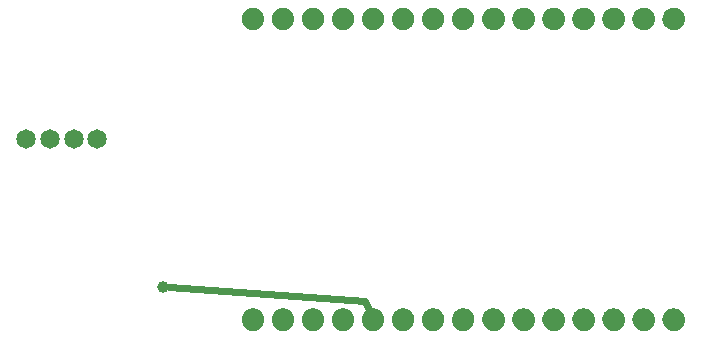
<source format=gtl>
G04 MADE WITH FRITZING*
G04 WWW.FRITZING.ORG*
G04 DOUBLE SIDED*
G04 HOLES PLATED*
G04 CONTOUR ON CENTER OF CONTOUR VECTOR*
%ASAXBY*%
%FSLAX23Y23*%
%MOIN*%
%OFA0B0*%
%SFA1.0B1.0*%
%ADD10C,0.065000*%
%ADD11C,0.074106*%
%ADD12C,0.039370*%
%ADD13C,0.024000*%
%ADD14R,0.001000X0.001000*%
%LNCOPPER1*%
G90*
G70*
G54D10*
X488Y775D03*
X409Y775D03*
X331Y775D03*
X252Y775D03*
X488Y775D03*
X409Y775D03*
X331Y775D03*
X252Y775D03*
G54D11*
X2409Y173D03*
X2309Y173D03*
X2209Y173D03*
X2109Y173D03*
X2009Y173D03*
X1909Y173D03*
X1809Y173D03*
X1708Y173D03*
X1608Y173D03*
X1508Y173D03*
X1408Y173D03*
X1308Y173D03*
X1208Y173D03*
X1108Y173D03*
X1007Y173D03*
X2409Y1175D03*
X2309Y1175D03*
X2209Y1175D03*
X2109Y1175D03*
X2009Y1175D03*
X1909Y1175D03*
X1809Y1175D03*
X1708Y1175D03*
X1608Y1175D03*
X1508Y1175D03*
X1408Y1175D03*
X1308Y1175D03*
X1208Y1175D03*
X1108Y1175D03*
X1007Y1175D03*
X2409Y173D03*
X2309Y173D03*
X2209Y173D03*
X2109Y173D03*
X2009Y173D03*
X1909Y173D03*
X1809Y173D03*
X1708Y173D03*
X1608Y173D03*
X1508Y173D03*
X1408Y173D03*
X1308Y173D03*
X1208Y173D03*
X1108Y173D03*
X1007Y173D03*
X2409Y1175D03*
X2309Y1175D03*
X2209Y1175D03*
X2109Y1175D03*
X2009Y1175D03*
X1909Y1175D03*
X1809Y1175D03*
X1708Y1175D03*
X1608Y1175D03*
X1508Y1175D03*
X1408Y1175D03*
X1308Y1175D03*
X1208Y1175D03*
X1108Y1175D03*
X1007Y1175D03*
G54D12*
X708Y283D03*
G54D13*
X1396Y199D02*
X1380Y235D01*
X1380Y235D02*
X727Y281D01*
G54D14*
X1001Y1212D02*
X1012Y1212D01*
X1101Y1212D02*
X1112Y1212D01*
X1201Y1212D02*
X1213Y1212D01*
X1302Y1212D02*
X1313Y1212D01*
X1402Y1212D02*
X1413Y1212D01*
X1502Y1212D02*
X1513Y1212D01*
X1602Y1212D02*
X1613Y1212D01*
X1702Y1212D02*
X1713Y1212D01*
X1802Y1212D02*
X1813Y1212D01*
X1902Y1212D02*
X1914Y1212D01*
X2002Y1212D02*
X2014Y1212D01*
X2103Y1212D02*
X2114Y1212D01*
X2203Y1212D02*
X2214Y1212D01*
X2303Y1212D02*
X2314Y1212D01*
X2403Y1212D02*
X2414Y1212D01*
X997Y1211D02*
X1017Y1211D01*
X1097Y1211D02*
X1117Y1211D01*
X1197Y1211D02*
X1217Y1211D01*
X1297Y1211D02*
X1317Y1211D01*
X1398Y1211D02*
X1417Y1211D01*
X1498Y1211D02*
X1517Y1211D01*
X1598Y1211D02*
X1617Y1211D01*
X1698Y1211D02*
X1717Y1211D01*
X1798Y1211D02*
X1818Y1211D01*
X1898Y1211D02*
X1918Y1211D01*
X1998Y1211D02*
X2018Y1211D01*
X2098Y1211D02*
X2118Y1211D01*
X2199Y1211D02*
X2218Y1211D01*
X2299Y1211D02*
X2318Y1211D01*
X2399Y1211D02*
X2418Y1211D01*
X994Y1210D02*
X1019Y1210D01*
X1094Y1210D02*
X1120Y1210D01*
X1194Y1210D02*
X1220Y1210D01*
X1295Y1210D02*
X1320Y1210D01*
X1395Y1210D02*
X1420Y1210D01*
X1495Y1210D02*
X1520Y1210D01*
X1595Y1210D02*
X1620Y1210D01*
X1695Y1210D02*
X1720Y1210D01*
X1795Y1210D02*
X1820Y1210D01*
X1895Y1210D02*
X1921Y1210D01*
X1995Y1210D02*
X2021Y1210D01*
X2096Y1210D02*
X2121Y1210D01*
X2196Y1210D02*
X2221Y1210D01*
X2296Y1210D02*
X2321Y1210D01*
X2396Y1210D02*
X2421Y1210D01*
X992Y1209D02*
X1022Y1209D01*
X1092Y1209D02*
X1122Y1209D01*
X1192Y1209D02*
X1222Y1209D01*
X1292Y1209D02*
X1322Y1209D01*
X1392Y1209D02*
X1422Y1209D01*
X1492Y1209D02*
X1522Y1209D01*
X1593Y1209D02*
X1623Y1209D01*
X1693Y1209D02*
X1723Y1209D01*
X1793Y1209D02*
X1823Y1209D01*
X1893Y1209D02*
X1923Y1209D01*
X1993Y1209D02*
X2023Y1209D01*
X2093Y1209D02*
X2123Y1209D01*
X2193Y1209D02*
X2223Y1209D01*
X2293Y1209D02*
X2323Y1209D01*
X2394Y1209D02*
X2424Y1209D01*
X990Y1208D02*
X1024Y1208D01*
X1090Y1208D02*
X1124Y1208D01*
X1190Y1208D02*
X1224Y1208D01*
X1290Y1208D02*
X1324Y1208D01*
X1390Y1208D02*
X1424Y1208D01*
X1490Y1208D02*
X1524Y1208D01*
X1590Y1208D02*
X1625Y1208D01*
X1691Y1208D02*
X1725Y1208D01*
X1791Y1208D02*
X1825Y1208D01*
X1891Y1208D02*
X1925Y1208D01*
X1991Y1208D02*
X2025Y1208D01*
X2091Y1208D02*
X2125Y1208D01*
X2191Y1208D02*
X2225Y1208D01*
X2291Y1208D02*
X2326Y1208D01*
X2392Y1208D02*
X2426Y1208D01*
X988Y1207D02*
X1026Y1207D01*
X1088Y1207D02*
X1126Y1207D01*
X1188Y1207D02*
X1226Y1207D01*
X1288Y1207D02*
X1326Y1207D01*
X1388Y1207D02*
X1426Y1207D01*
X1489Y1207D02*
X1526Y1207D01*
X1589Y1207D02*
X1626Y1207D01*
X1689Y1207D02*
X1726Y1207D01*
X1789Y1207D02*
X1827Y1207D01*
X1889Y1207D02*
X1927Y1207D01*
X1989Y1207D02*
X2027Y1207D01*
X2089Y1207D02*
X2127Y1207D01*
X2190Y1207D02*
X2227Y1207D01*
X2290Y1207D02*
X2327Y1207D01*
X2390Y1207D02*
X2427Y1207D01*
X986Y1206D02*
X1027Y1206D01*
X1086Y1206D02*
X1127Y1206D01*
X1187Y1206D02*
X1227Y1206D01*
X1287Y1206D02*
X1328Y1206D01*
X1387Y1206D02*
X1428Y1206D01*
X1487Y1206D02*
X1528Y1206D01*
X1587Y1206D02*
X1628Y1206D01*
X1687Y1206D02*
X1728Y1206D01*
X1787Y1206D02*
X1828Y1206D01*
X1887Y1206D02*
X1928Y1206D01*
X1988Y1206D02*
X2029Y1206D01*
X2088Y1206D02*
X2129Y1206D01*
X2188Y1206D02*
X2229Y1206D01*
X2288Y1206D02*
X2329Y1206D01*
X2388Y1206D02*
X2429Y1206D01*
X985Y1205D02*
X1029Y1205D01*
X1085Y1205D02*
X1129Y1205D01*
X1185Y1205D02*
X1229Y1205D01*
X1285Y1205D02*
X1329Y1205D01*
X1385Y1205D02*
X1429Y1205D01*
X1486Y1205D02*
X1529Y1205D01*
X1586Y1205D02*
X1629Y1205D01*
X1686Y1205D02*
X1730Y1205D01*
X1786Y1205D02*
X1830Y1205D01*
X1886Y1205D02*
X1930Y1205D01*
X1986Y1205D02*
X2030Y1205D01*
X2086Y1205D02*
X2130Y1205D01*
X2186Y1205D02*
X2230Y1205D01*
X2287Y1205D02*
X2330Y1205D01*
X2387Y1205D02*
X2430Y1205D01*
X984Y1204D02*
X1030Y1204D01*
X1084Y1204D02*
X1130Y1204D01*
X1184Y1204D02*
X1230Y1204D01*
X1284Y1204D02*
X1330Y1204D01*
X1384Y1204D02*
X1430Y1204D01*
X1484Y1204D02*
X1531Y1204D01*
X1584Y1204D02*
X1631Y1204D01*
X1685Y1204D02*
X1731Y1204D01*
X1785Y1204D02*
X1831Y1204D01*
X1885Y1204D02*
X1931Y1204D01*
X1985Y1204D02*
X2031Y1204D01*
X2085Y1204D02*
X2131Y1204D01*
X2185Y1204D02*
X2232Y1204D01*
X2285Y1204D02*
X2332Y1204D01*
X2385Y1204D02*
X2432Y1204D01*
X982Y1203D02*
X1031Y1203D01*
X1083Y1203D02*
X1131Y1203D01*
X1183Y1203D02*
X1231Y1203D01*
X1283Y1203D02*
X1331Y1203D01*
X1383Y1203D02*
X1432Y1203D01*
X1483Y1203D02*
X1532Y1203D01*
X1583Y1203D02*
X1632Y1203D01*
X1683Y1203D02*
X1732Y1203D01*
X1783Y1203D02*
X1832Y1203D01*
X1884Y1203D02*
X1932Y1203D01*
X1984Y1203D02*
X2032Y1203D01*
X2084Y1203D02*
X2133Y1203D01*
X2184Y1203D02*
X2233Y1203D01*
X2284Y1203D02*
X2333Y1203D01*
X2384Y1203D02*
X2433Y1203D01*
X981Y1202D02*
X1032Y1202D01*
X1081Y1202D02*
X1132Y1202D01*
X1182Y1202D02*
X1232Y1202D01*
X1282Y1202D02*
X1333Y1202D01*
X1382Y1202D02*
X1433Y1202D01*
X1482Y1202D02*
X1533Y1202D01*
X1582Y1202D02*
X1633Y1202D01*
X1682Y1202D02*
X1733Y1202D01*
X1782Y1202D02*
X1833Y1202D01*
X1883Y1202D02*
X1933Y1202D01*
X1983Y1202D02*
X2033Y1202D01*
X2083Y1202D02*
X2134Y1202D01*
X2183Y1202D02*
X2234Y1202D01*
X2283Y1202D02*
X2334Y1202D01*
X2383Y1202D02*
X2434Y1202D01*
X980Y1201D02*
X1033Y1201D01*
X1080Y1201D02*
X1133Y1201D01*
X1181Y1201D02*
X1233Y1201D01*
X1281Y1201D02*
X1334Y1201D01*
X1381Y1201D02*
X1434Y1201D01*
X1481Y1201D02*
X1534Y1201D01*
X1581Y1201D02*
X1634Y1201D01*
X1681Y1201D02*
X1734Y1201D01*
X1781Y1201D02*
X1834Y1201D01*
X1882Y1201D02*
X1934Y1201D01*
X1982Y1201D02*
X2034Y1201D01*
X2082Y1201D02*
X2135Y1201D01*
X2182Y1201D02*
X2235Y1201D01*
X2282Y1201D02*
X2335Y1201D01*
X2382Y1201D02*
X2435Y1201D01*
X979Y1200D02*
X1034Y1200D01*
X1080Y1200D02*
X1134Y1200D01*
X1180Y1200D02*
X1234Y1200D01*
X1280Y1200D02*
X1334Y1200D01*
X1380Y1200D02*
X1435Y1200D01*
X1480Y1200D02*
X1535Y1200D01*
X1580Y1200D02*
X1635Y1200D01*
X1680Y1200D02*
X1735Y1200D01*
X1781Y1200D02*
X1835Y1200D01*
X1881Y1200D02*
X1935Y1200D01*
X1981Y1200D02*
X2035Y1200D01*
X2081Y1200D02*
X2135Y1200D01*
X2181Y1200D02*
X2236Y1200D01*
X2281Y1200D02*
X2336Y1200D01*
X2381Y1200D02*
X2436Y1200D01*
X979Y1199D02*
X1035Y1199D01*
X1079Y1199D02*
X1135Y1199D01*
X1179Y1199D02*
X1235Y1199D01*
X1279Y1199D02*
X1335Y1199D01*
X1379Y1199D02*
X1435Y1199D01*
X1479Y1199D02*
X1536Y1199D01*
X1579Y1199D02*
X1636Y1199D01*
X1680Y1199D02*
X1736Y1199D01*
X1780Y1199D02*
X1836Y1199D01*
X1880Y1199D02*
X1936Y1199D01*
X1980Y1199D02*
X2036Y1199D01*
X2080Y1199D02*
X2136Y1199D01*
X2180Y1199D02*
X2236Y1199D01*
X2280Y1199D02*
X2337Y1199D01*
X2380Y1199D02*
X2437Y1199D01*
X978Y1198D02*
X1036Y1198D01*
X1078Y1198D02*
X1136Y1198D01*
X1178Y1198D02*
X1236Y1198D01*
X1278Y1198D02*
X1336Y1198D01*
X1378Y1198D02*
X1436Y1198D01*
X1479Y1198D02*
X1536Y1198D01*
X1579Y1198D02*
X1636Y1198D01*
X1679Y1198D02*
X1737Y1198D01*
X1779Y1198D02*
X1837Y1198D01*
X1879Y1198D02*
X1937Y1198D01*
X1979Y1198D02*
X2037Y1198D01*
X2079Y1198D02*
X2137Y1198D01*
X2179Y1198D02*
X2237Y1198D01*
X2280Y1198D02*
X2337Y1198D01*
X2380Y1198D02*
X2437Y1198D01*
X977Y1197D02*
X1036Y1197D01*
X1077Y1197D02*
X1136Y1197D01*
X1177Y1197D02*
X1237Y1197D01*
X1278Y1197D02*
X1337Y1197D01*
X1378Y1197D02*
X1437Y1197D01*
X1478Y1197D02*
X1537Y1197D01*
X1578Y1197D02*
X1637Y1197D01*
X1678Y1197D02*
X1737Y1197D01*
X1778Y1197D02*
X1837Y1197D01*
X1878Y1197D02*
X1938Y1197D01*
X1978Y1197D02*
X2038Y1197D01*
X2079Y1197D02*
X2138Y1197D01*
X2179Y1197D02*
X2238Y1197D01*
X2279Y1197D02*
X2338Y1197D01*
X2379Y1197D02*
X2438Y1197D01*
X977Y1196D02*
X1037Y1196D01*
X1077Y1196D02*
X1137Y1196D01*
X1177Y1196D02*
X1237Y1196D01*
X1277Y1196D02*
X1337Y1196D01*
X1377Y1196D02*
X1438Y1196D01*
X1477Y1196D02*
X1538Y1196D01*
X1577Y1196D02*
X1638Y1196D01*
X1677Y1196D02*
X1738Y1196D01*
X1778Y1196D02*
X1838Y1196D01*
X1878Y1196D02*
X1938Y1196D01*
X1978Y1196D02*
X2038Y1196D01*
X2078Y1196D02*
X2138Y1196D01*
X2178Y1196D02*
X2239Y1196D01*
X2278Y1196D02*
X2339Y1196D01*
X2378Y1196D02*
X2439Y1196D01*
X976Y1195D02*
X1038Y1195D01*
X1076Y1195D02*
X1138Y1195D01*
X1176Y1195D02*
X1238Y1195D01*
X1276Y1195D02*
X1338Y1195D01*
X1376Y1195D02*
X1438Y1195D01*
X1477Y1195D02*
X1538Y1195D01*
X1577Y1195D02*
X1638Y1195D01*
X1677Y1195D02*
X1739Y1195D01*
X1777Y1195D02*
X1839Y1195D01*
X1877Y1195D02*
X1939Y1195D01*
X1977Y1195D02*
X2039Y1195D01*
X2077Y1195D02*
X2139Y1195D01*
X2177Y1195D02*
X2239Y1195D01*
X2278Y1195D02*
X2339Y1195D01*
X2378Y1195D02*
X2439Y1195D01*
X975Y1194D02*
X1038Y1194D01*
X1075Y1194D02*
X1138Y1194D01*
X1176Y1194D02*
X1238Y1194D01*
X1276Y1194D02*
X1339Y1194D01*
X1376Y1194D02*
X1439Y1194D01*
X1476Y1194D02*
X1539Y1194D01*
X1576Y1194D02*
X1639Y1194D01*
X1676Y1194D02*
X1739Y1194D01*
X1776Y1194D02*
X1839Y1194D01*
X1876Y1194D02*
X1939Y1194D01*
X1977Y1194D02*
X2040Y1194D01*
X2077Y1194D02*
X2140Y1194D01*
X2177Y1194D02*
X2240Y1194D01*
X2277Y1194D02*
X2340Y1194D01*
X2377Y1194D02*
X2440Y1194D01*
X975Y1193D02*
X1005Y1193D01*
X1009Y1193D02*
X1039Y1193D01*
X1075Y1193D02*
X1105Y1193D01*
X1109Y1193D02*
X1139Y1193D01*
X1175Y1193D02*
X1205Y1193D01*
X1209Y1193D02*
X1239Y1193D01*
X1275Y1193D02*
X1305Y1193D01*
X1309Y1193D02*
X1339Y1193D01*
X1375Y1193D02*
X1406Y1193D01*
X1409Y1193D02*
X1439Y1193D01*
X1475Y1193D02*
X1506Y1193D01*
X1509Y1193D02*
X1539Y1193D01*
X1576Y1193D02*
X1606Y1193D01*
X1609Y1193D02*
X1640Y1193D01*
X1676Y1193D02*
X1706Y1193D01*
X1709Y1193D02*
X1740Y1193D01*
X1776Y1193D02*
X1806Y1193D01*
X1810Y1193D02*
X1840Y1193D01*
X1876Y1193D02*
X1906Y1193D01*
X1910Y1193D02*
X1940Y1193D01*
X1976Y1193D02*
X2006Y1193D01*
X2010Y1193D02*
X2040Y1193D01*
X2076Y1193D02*
X2106Y1193D01*
X2110Y1193D02*
X2140Y1193D01*
X2176Y1193D02*
X2207Y1193D01*
X2210Y1193D02*
X2240Y1193D01*
X2276Y1193D02*
X2307Y1193D01*
X2310Y1193D02*
X2340Y1193D01*
X2377Y1193D02*
X2407Y1193D01*
X2410Y1193D02*
X2441Y1193D01*
X974Y1192D02*
X1000Y1192D01*
X1014Y1192D02*
X1039Y1192D01*
X1074Y1192D02*
X1100Y1192D01*
X1114Y1192D02*
X1139Y1192D01*
X1175Y1192D02*
X1200Y1192D01*
X1214Y1192D02*
X1240Y1192D01*
X1275Y1192D02*
X1300Y1192D01*
X1314Y1192D02*
X1340Y1192D01*
X1375Y1192D02*
X1400Y1192D01*
X1414Y1192D02*
X1440Y1192D01*
X1475Y1192D02*
X1500Y1192D01*
X1514Y1192D02*
X1540Y1192D01*
X1575Y1192D02*
X1601Y1192D01*
X1615Y1192D02*
X1640Y1192D01*
X1675Y1192D02*
X1701Y1192D01*
X1715Y1192D02*
X1740Y1192D01*
X1775Y1192D02*
X1801Y1192D01*
X1815Y1192D02*
X1840Y1192D01*
X1875Y1192D02*
X1901Y1192D01*
X1915Y1192D02*
X1940Y1192D01*
X1976Y1192D02*
X2001Y1192D01*
X2015Y1192D02*
X2041Y1192D01*
X2076Y1192D02*
X2101Y1192D01*
X2115Y1192D02*
X2141Y1192D01*
X2176Y1192D02*
X2201Y1192D01*
X2215Y1192D02*
X2241Y1192D01*
X2276Y1192D02*
X2301Y1192D01*
X2315Y1192D02*
X2341Y1192D01*
X2376Y1192D02*
X2402Y1192D01*
X2416Y1192D02*
X2441Y1192D01*
X974Y1191D02*
X998Y1191D01*
X1016Y1191D02*
X1040Y1191D01*
X1074Y1191D02*
X1098Y1191D01*
X1116Y1191D02*
X1140Y1191D01*
X1174Y1191D02*
X1198Y1191D01*
X1216Y1191D02*
X1240Y1191D01*
X1274Y1191D02*
X1298Y1191D01*
X1316Y1191D02*
X1340Y1191D01*
X1374Y1191D02*
X1398Y1191D01*
X1416Y1191D02*
X1440Y1191D01*
X1474Y1191D02*
X1498Y1191D01*
X1516Y1191D02*
X1540Y1191D01*
X1575Y1191D02*
X1599Y1191D01*
X1617Y1191D02*
X1641Y1191D01*
X1675Y1191D02*
X1699Y1191D01*
X1717Y1191D02*
X1741Y1191D01*
X1775Y1191D02*
X1799Y1191D01*
X1817Y1191D02*
X1841Y1191D01*
X1875Y1191D02*
X1899Y1191D01*
X1917Y1191D02*
X1941Y1191D01*
X1975Y1191D02*
X1999Y1191D01*
X2017Y1191D02*
X2041Y1191D01*
X2075Y1191D02*
X2099Y1191D01*
X2117Y1191D02*
X2141Y1191D01*
X2175Y1191D02*
X2199Y1191D01*
X2217Y1191D02*
X2241Y1191D01*
X2276Y1191D02*
X2299Y1191D01*
X2317Y1191D02*
X2341Y1191D01*
X2376Y1191D02*
X2400Y1191D01*
X2418Y1191D02*
X2442Y1191D01*
X973Y1190D02*
X996Y1190D01*
X1017Y1190D02*
X1040Y1190D01*
X1073Y1190D02*
X1096Y1190D01*
X1117Y1190D02*
X1140Y1190D01*
X1174Y1190D02*
X1196Y1190D01*
X1218Y1190D02*
X1240Y1190D01*
X1274Y1190D02*
X1297Y1190D01*
X1318Y1190D02*
X1341Y1190D01*
X1374Y1190D02*
X1397Y1190D01*
X1418Y1190D02*
X1441Y1190D01*
X1474Y1190D02*
X1497Y1190D01*
X1518Y1190D02*
X1541Y1190D01*
X1574Y1190D02*
X1597Y1190D01*
X1618Y1190D02*
X1641Y1190D01*
X1674Y1190D02*
X1697Y1190D01*
X1718Y1190D02*
X1741Y1190D01*
X1774Y1190D02*
X1797Y1190D01*
X1818Y1190D02*
X1841Y1190D01*
X1875Y1190D02*
X1897Y1190D01*
X1918Y1190D02*
X1941Y1190D01*
X1975Y1190D02*
X1998Y1190D01*
X2019Y1190D02*
X2041Y1190D01*
X2075Y1190D02*
X2098Y1190D01*
X2119Y1190D02*
X2142Y1190D01*
X2175Y1190D02*
X2198Y1190D01*
X2219Y1190D02*
X2242Y1190D01*
X2275Y1190D02*
X2298Y1190D01*
X2319Y1190D02*
X2342Y1190D01*
X2375Y1190D02*
X2398Y1190D01*
X2419Y1190D02*
X2442Y1190D01*
X973Y1189D02*
X995Y1189D01*
X1018Y1189D02*
X1041Y1189D01*
X1073Y1189D02*
X1095Y1189D01*
X1119Y1189D02*
X1141Y1189D01*
X1173Y1189D02*
X1195Y1189D01*
X1219Y1189D02*
X1241Y1189D01*
X1273Y1189D02*
X1295Y1189D01*
X1319Y1189D02*
X1341Y1189D01*
X1373Y1189D02*
X1396Y1189D01*
X1419Y1189D02*
X1441Y1189D01*
X1474Y1189D02*
X1496Y1189D01*
X1519Y1189D02*
X1541Y1189D01*
X1574Y1189D02*
X1596Y1189D01*
X1619Y1189D02*
X1641Y1189D01*
X1674Y1189D02*
X1696Y1189D01*
X1719Y1189D02*
X1741Y1189D01*
X1774Y1189D02*
X1796Y1189D01*
X1820Y1189D02*
X1842Y1189D01*
X1874Y1189D02*
X1896Y1189D01*
X1920Y1189D02*
X1942Y1189D01*
X1974Y1189D02*
X1996Y1189D01*
X2020Y1189D02*
X2042Y1189D01*
X2074Y1189D02*
X2097Y1189D01*
X2120Y1189D02*
X2142Y1189D01*
X2175Y1189D02*
X2197Y1189D01*
X2220Y1189D02*
X2242Y1189D01*
X2275Y1189D02*
X2297Y1189D01*
X2320Y1189D02*
X2342Y1189D01*
X2375Y1189D02*
X2397Y1189D01*
X2420Y1189D02*
X2442Y1189D01*
X973Y1188D02*
X994Y1188D01*
X1020Y1188D02*
X1041Y1188D01*
X1073Y1188D02*
X1094Y1188D01*
X1120Y1188D02*
X1141Y1188D01*
X1173Y1188D02*
X1194Y1188D01*
X1220Y1188D02*
X1241Y1188D01*
X1273Y1188D02*
X1294Y1188D01*
X1320Y1188D02*
X1341Y1188D01*
X1373Y1188D02*
X1394Y1188D01*
X1420Y1188D02*
X1441Y1188D01*
X1473Y1188D02*
X1495Y1188D01*
X1520Y1188D02*
X1542Y1188D01*
X1573Y1188D02*
X1595Y1188D01*
X1620Y1188D02*
X1642Y1188D01*
X1673Y1188D02*
X1695Y1188D01*
X1721Y1188D02*
X1742Y1188D01*
X1774Y1188D02*
X1795Y1188D01*
X1821Y1188D02*
X1842Y1188D01*
X1874Y1188D02*
X1895Y1188D01*
X1921Y1188D02*
X1942Y1188D01*
X1974Y1188D02*
X1995Y1188D01*
X2021Y1188D02*
X2042Y1188D01*
X2074Y1188D02*
X2095Y1188D01*
X2121Y1188D02*
X2142Y1188D01*
X2174Y1188D02*
X2196Y1188D01*
X2221Y1188D02*
X2243Y1188D01*
X2274Y1188D02*
X2296Y1188D01*
X2321Y1188D02*
X2343Y1188D01*
X2374Y1188D02*
X2396Y1188D01*
X2421Y1188D02*
X2443Y1188D01*
X972Y1187D02*
X993Y1187D01*
X1020Y1187D02*
X1041Y1187D01*
X1072Y1187D02*
X1093Y1187D01*
X1121Y1187D02*
X1141Y1187D01*
X1172Y1187D02*
X1193Y1187D01*
X1221Y1187D02*
X1242Y1187D01*
X1273Y1187D02*
X1293Y1187D01*
X1321Y1187D02*
X1342Y1187D01*
X1373Y1187D02*
X1394Y1187D01*
X1421Y1187D02*
X1442Y1187D01*
X1473Y1187D02*
X1494Y1187D01*
X1521Y1187D02*
X1542Y1187D01*
X1573Y1187D02*
X1594Y1187D01*
X1621Y1187D02*
X1642Y1187D01*
X1673Y1187D02*
X1694Y1187D01*
X1721Y1187D02*
X1742Y1187D01*
X1773Y1187D02*
X1794Y1187D01*
X1822Y1187D02*
X1842Y1187D01*
X1873Y1187D02*
X1894Y1187D01*
X1922Y1187D02*
X1942Y1187D01*
X1974Y1187D02*
X1994Y1187D01*
X2022Y1187D02*
X2043Y1187D01*
X2074Y1187D02*
X2094Y1187D01*
X2122Y1187D02*
X2143Y1187D01*
X2174Y1187D02*
X2195Y1187D01*
X2222Y1187D02*
X2243Y1187D01*
X2274Y1187D02*
X2295Y1187D01*
X2322Y1187D02*
X2343Y1187D01*
X2374Y1187D02*
X2395Y1187D01*
X2422Y1187D02*
X2443Y1187D01*
X972Y1186D02*
X992Y1186D01*
X1021Y1186D02*
X1042Y1186D01*
X1072Y1186D02*
X1092Y1186D01*
X1121Y1186D02*
X1142Y1186D01*
X1172Y1186D02*
X1192Y1186D01*
X1222Y1186D02*
X1242Y1186D01*
X1272Y1186D02*
X1293Y1186D01*
X1322Y1186D02*
X1342Y1186D01*
X1372Y1186D02*
X1393Y1186D01*
X1422Y1186D02*
X1442Y1186D01*
X1473Y1186D02*
X1493Y1186D01*
X1522Y1186D02*
X1542Y1186D01*
X1573Y1186D02*
X1593Y1186D01*
X1622Y1186D02*
X1642Y1186D01*
X1673Y1186D02*
X1693Y1186D01*
X1722Y1186D02*
X1743Y1186D01*
X1773Y1186D02*
X1793Y1186D01*
X1822Y1186D02*
X1843Y1186D01*
X1873Y1186D02*
X1893Y1186D01*
X1923Y1186D02*
X1943Y1186D01*
X1973Y1186D02*
X1993Y1186D01*
X2023Y1186D02*
X2043Y1186D01*
X2073Y1186D02*
X2094Y1186D01*
X2123Y1186D02*
X2143Y1186D01*
X2173Y1186D02*
X2194Y1186D01*
X2223Y1186D02*
X2243Y1186D01*
X2274Y1186D02*
X2294Y1186D01*
X2323Y1186D02*
X2343Y1186D01*
X2374Y1186D02*
X2394Y1186D01*
X2423Y1186D02*
X2443Y1186D01*
X972Y1185D02*
X991Y1185D01*
X1022Y1185D02*
X1042Y1185D01*
X1072Y1185D02*
X1092Y1185D01*
X1122Y1185D02*
X1142Y1185D01*
X1172Y1185D02*
X1192Y1185D01*
X1222Y1185D02*
X1242Y1185D01*
X1272Y1185D02*
X1292Y1185D01*
X1323Y1185D02*
X1342Y1185D01*
X1372Y1185D02*
X1392Y1185D01*
X1423Y1185D02*
X1442Y1185D01*
X1472Y1185D02*
X1492Y1185D01*
X1523Y1185D02*
X1543Y1185D01*
X1572Y1185D02*
X1592Y1185D01*
X1623Y1185D02*
X1643Y1185D01*
X1673Y1185D02*
X1692Y1185D01*
X1723Y1185D02*
X1743Y1185D01*
X1773Y1185D02*
X1792Y1185D01*
X1823Y1185D02*
X1843Y1185D01*
X1873Y1185D02*
X1893Y1185D01*
X1923Y1185D02*
X1943Y1185D01*
X1973Y1185D02*
X1993Y1185D01*
X2023Y1185D02*
X2043Y1185D01*
X2073Y1185D02*
X2093Y1185D01*
X2124Y1185D02*
X2143Y1185D01*
X2173Y1185D02*
X2193Y1185D01*
X2224Y1185D02*
X2243Y1185D01*
X2273Y1185D02*
X2293Y1185D01*
X2324Y1185D02*
X2344Y1185D01*
X2373Y1185D02*
X2393Y1185D01*
X2424Y1185D02*
X2444Y1185D01*
X971Y1184D02*
X991Y1184D01*
X1023Y1184D02*
X1042Y1184D01*
X1071Y1184D02*
X1091Y1184D01*
X1123Y1184D02*
X1142Y1184D01*
X1172Y1184D02*
X1191Y1184D01*
X1223Y1184D02*
X1242Y1184D01*
X1272Y1184D02*
X1291Y1184D01*
X1323Y1184D02*
X1343Y1184D01*
X1372Y1184D02*
X1391Y1184D01*
X1423Y1184D02*
X1443Y1184D01*
X1472Y1184D02*
X1491Y1184D01*
X1523Y1184D02*
X1543Y1184D01*
X1572Y1184D02*
X1592Y1184D01*
X1623Y1184D02*
X1643Y1184D01*
X1672Y1184D02*
X1692Y1184D01*
X1724Y1184D02*
X1743Y1184D01*
X1772Y1184D02*
X1792Y1184D01*
X1824Y1184D02*
X1843Y1184D01*
X1873Y1184D02*
X1892Y1184D01*
X1924Y1184D02*
X1943Y1184D01*
X1973Y1184D02*
X1992Y1184D01*
X2024Y1184D02*
X2043Y1184D01*
X2073Y1184D02*
X2092Y1184D01*
X2124Y1184D02*
X2144Y1184D01*
X2173Y1184D02*
X2192Y1184D01*
X2224Y1184D02*
X2244Y1184D01*
X2273Y1184D02*
X2293Y1184D01*
X2324Y1184D02*
X2344Y1184D01*
X2373Y1184D02*
X2393Y1184D01*
X2425Y1184D02*
X2444Y1184D01*
X971Y1183D02*
X990Y1183D01*
X1023Y1183D02*
X1042Y1183D01*
X1071Y1183D02*
X1090Y1183D01*
X1123Y1183D02*
X1143Y1183D01*
X1171Y1183D02*
X1191Y1183D01*
X1224Y1183D02*
X1243Y1183D01*
X1271Y1183D02*
X1291Y1183D01*
X1324Y1183D02*
X1343Y1183D01*
X1372Y1183D02*
X1391Y1183D01*
X1424Y1183D02*
X1443Y1183D01*
X1472Y1183D02*
X1491Y1183D01*
X1524Y1183D02*
X1543Y1183D01*
X1572Y1183D02*
X1591Y1183D01*
X1624Y1183D02*
X1643Y1183D01*
X1672Y1183D02*
X1691Y1183D01*
X1724Y1183D02*
X1743Y1183D01*
X1772Y1183D02*
X1791Y1183D01*
X1824Y1183D02*
X1843Y1183D01*
X1872Y1183D02*
X1891Y1183D01*
X1924Y1183D02*
X1944Y1183D01*
X1972Y1183D02*
X1992Y1183D01*
X2025Y1183D02*
X2044Y1183D01*
X2073Y1183D02*
X2092Y1183D01*
X2125Y1183D02*
X2144Y1183D01*
X2173Y1183D02*
X2192Y1183D01*
X2225Y1183D02*
X2244Y1183D01*
X2273Y1183D02*
X2292Y1183D01*
X2325Y1183D02*
X2344Y1183D01*
X2373Y1183D02*
X2392Y1183D01*
X2425Y1183D02*
X2444Y1183D01*
X971Y1182D02*
X990Y1182D01*
X1024Y1182D02*
X1043Y1182D01*
X1071Y1182D02*
X1090Y1182D01*
X1124Y1182D02*
X1143Y1182D01*
X1171Y1182D02*
X1190Y1182D01*
X1224Y1182D02*
X1243Y1182D01*
X1271Y1182D02*
X1290Y1182D01*
X1324Y1182D02*
X1343Y1182D01*
X1371Y1182D02*
X1390Y1182D01*
X1424Y1182D02*
X1443Y1182D01*
X1472Y1182D02*
X1490Y1182D01*
X1524Y1182D02*
X1543Y1182D01*
X1572Y1182D02*
X1591Y1182D01*
X1625Y1182D02*
X1643Y1182D01*
X1672Y1182D02*
X1691Y1182D01*
X1725Y1182D02*
X1744Y1182D01*
X1772Y1182D02*
X1791Y1182D01*
X1825Y1182D02*
X1844Y1182D01*
X1872Y1182D02*
X1891Y1182D01*
X1925Y1182D02*
X1944Y1182D01*
X1972Y1182D02*
X1991Y1182D01*
X2025Y1182D02*
X2044Y1182D01*
X2072Y1182D02*
X2091Y1182D01*
X2125Y1182D02*
X2144Y1182D01*
X2172Y1182D02*
X2191Y1182D01*
X2225Y1182D02*
X2244Y1182D01*
X2273Y1182D02*
X2291Y1182D01*
X2325Y1182D02*
X2344Y1182D01*
X2373Y1182D02*
X2392Y1182D01*
X2426Y1182D02*
X2444Y1182D01*
X971Y1181D02*
X990Y1181D01*
X1024Y1181D02*
X1043Y1181D01*
X1071Y1181D02*
X1090Y1181D01*
X1124Y1181D02*
X1143Y1181D01*
X1171Y1181D02*
X1190Y1181D01*
X1224Y1181D02*
X1243Y1181D01*
X1271Y1181D02*
X1290Y1181D01*
X1324Y1181D02*
X1343Y1181D01*
X1371Y1181D02*
X1390Y1181D01*
X1425Y1181D02*
X1443Y1181D01*
X1471Y1181D02*
X1490Y1181D01*
X1525Y1181D02*
X1543Y1181D01*
X1571Y1181D02*
X1590Y1181D01*
X1625Y1181D02*
X1644Y1181D01*
X1672Y1181D02*
X1690Y1181D01*
X1725Y1181D02*
X1744Y1181D01*
X1772Y1181D02*
X1791Y1181D01*
X1825Y1181D02*
X1844Y1181D01*
X1872Y1181D02*
X1891Y1181D01*
X1925Y1181D02*
X1944Y1181D01*
X1972Y1181D02*
X1991Y1181D01*
X2025Y1181D02*
X2044Y1181D01*
X2072Y1181D02*
X2091Y1181D01*
X2125Y1181D02*
X2144Y1181D01*
X2172Y1181D02*
X2191Y1181D01*
X2226Y1181D02*
X2244Y1181D01*
X2272Y1181D02*
X2291Y1181D01*
X2326Y1181D02*
X2344Y1181D01*
X2373Y1181D02*
X2391Y1181D01*
X2426Y1181D02*
X2445Y1181D01*
X971Y1180D02*
X989Y1180D01*
X1024Y1180D02*
X1043Y1180D01*
X1071Y1180D02*
X1089Y1180D01*
X1124Y1180D02*
X1143Y1180D01*
X1171Y1180D02*
X1189Y1180D01*
X1225Y1180D02*
X1243Y1180D01*
X1271Y1180D02*
X1290Y1180D01*
X1325Y1180D02*
X1343Y1180D01*
X1371Y1180D02*
X1390Y1180D01*
X1425Y1180D02*
X1443Y1180D01*
X1471Y1180D02*
X1490Y1180D01*
X1525Y1180D02*
X1544Y1180D01*
X1571Y1180D02*
X1590Y1180D01*
X1625Y1180D02*
X1644Y1180D01*
X1671Y1180D02*
X1690Y1180D01*
X1725Y1180D02*
X1744Y1180D01*
X1772Y1180D02*
X1790Y1180D01*
X1825Y1180D02*
X1844Y1180D01*
X1872Y1180D02*
X1890Y1180D01*
X1925Y1180D02*
X1944Y1180D01*
X1972Y1180D02*
X1991Y1180D01*
X2026Y1180D02*
X2044Y1180D01*
X2072Y1180D02*
X2091Y1180D01*
X2126Y1180D02*
X2144Y1180D01*
X2172Y1180D02*
X2191Y1180D01*
X2226Y1180D02*
X2245Y1180D01*
X2272Y1180D02*
X2291Y1180D01*
X2326Y1180D02*
X2345Y1180D01*
X2372Y1180D02*
X2391Y1180D01*
X2426Y1180D02*
X2445Y1180D01*
X970Y1179D02*
X989Y1179D01*
X1025Y1179D02*
X1043Y1179D01*
X1071Y1179D02*
X1089Y1179D01*
X1125Y1179D02*
X1143Y1179D01*
X1171Y1179D02*
X1189Y1179D01*
X1225Y1179D02*
X1243Y1179D01*
X1271Y1179D02*
X1289Y1179D01*
X1325Y1179D02*
X1343Y1179D01*
X1371Y1179D02*
X1390Y1179D01*
X1425Y1179D02*
X1444Y1179D01*
X1471Y1179D02*
X1490Y1179D01*
X1525Y1179D02*
X1544Y1179D01*
X1571Y1179D02*
X1590Y1179D01*
X1625Y1179D02*
X1644Y1179D01*
X1671Y1179D02*
X1690Y1179D01*
X1725Y1179D02*
X1744Y1179D01*
X1771Y1179D02*
X1790Y1179D01*
X1826Y1179D02*
X1844Y1179D01*
X1872Y1179D02*
X1890Y1179D01*
X1926Y1179D02*
X1944Y1179D01*
X1972Y1179D02*
X1990Y1179D01*
X2026Y1179D02*
X2044Y1179D01*
X2072Y1179D02*
X2090Y1179D01*
X2126Y1179D02*
X2145Y1179D01*
X2172Y1179D02*
X2191Y1179D01*
X2226Y1179D02*
X2245Y1179D01*
X2272Y1179D02*
X2291Y1179D01*
X2326Y1179D02*
X2345Y1179D01*
X2372Y1179D02*
X2391Y1179D01*
X2426Y1179D02*
X2445Y1179D01*
X970Y1178D02*
X989Y1178D01*
X1025Y1178D02*
X1043Y1178D01*
X1070Y1178D02*
X1089Y1178D01*
X1125Y1178D02*
X1143Y1178D01*
X1171Y1178D02*
X1189Y1178D01*
X1225Y1178D02*
X1243Y1178D01*
X1271Y1178D02*
X1289Y1178D01*
X1325Y1178D02*
X1344Y1178D01*
X1371Y1178D02*
X1389Y1178D01*
X1425Y1178D02*
X1444Y1178D01*
X1471Y1178D02*
X1490Y1178D01*
X1525Y1178D02*
X1544Y1178D01*
X1571Y1178D02*
X1590Y1178D01*
X1625Y1178D02*
X1644Y1178D01*
X1671Y1178D02*
X1690Y1178D01*
X1726Y1178D02*
X1744Y1178D01*
X1771Y1178D02*
X1790Y1178D01*
X1826Y1178D02*
X1844Y1178D01*
X1872Y1178D02*
X1890Y1178D01*
X1926Y1178D02*
X1944Y1178D01*
X1972Y1178D02*
X1990Y1178D01*
X2026Y1178D02*
X2044Y1178D01*
X2072Y1178D02*
X2090Y1178D01*
X2126Y1178D02*
X2145Y1178D01*
X2172Y1178D02*
X2190Y1178D01*
X2226Y1178D02*
X2245Y1178D01*
X2272Y1178D02*
X2291Y1178D01*
X2326Y1178D02*
X2345Y1178D01*
X2372Y1178D02*
X2391Y1178D01*
X2426Y1178D02*
X2445Y1178D01*
X970Y1177D02*
X989Y1177D01*
X1025Y1177D02*
X1043Y1177D01*
X1070Y1177D02*
X1089Y1177D01*
X1125Y1177D02*
X1143Y1177D01*
X1171Y1177D02*
X1189Y1177D01*
X1225Y1177D02*
X1243Y1177D01*
X1271Y1177D02*
X1289Y1177D01*
X1325Y1177D02*
X1344Y1177D01*
X1371Y1177D02*
X1389Y1177D01*
X1425Y1177D02*
X1444Y1177D01*
X1471Y1177D02*
X1490Y1177D01*
X1525Y1177D02*
X1544Y1177D01*
X1571Y1177D02*
X1590Y1177D01*
X1625Y1177D02*
X1644Y1177D01*
X1671Y1177D02*
X1690Y1177D01*
X1726Y1177D02*
X1744Y1177D01*
X1771Y1177D02*
X1790Y1177D01*
X1826Y1177D02*
X1844Y1177D01*
X1871Y1177D02*
X1890Y1177D01*
X1926Y1177D02*
X1944Y1177D01*
X1972Y1177D02*
X1990Y1177D01*
X2026Y1177D02*
X2045Y1177D01*
X2072Y1177D02*
X2090Y1177D01*
X2126Y1177D02*
X2145Y1177D01*
X2172Y1177D02*
X2190Y1177D01*
X2226Y1177D02*
X2245Y1177D01*
X2272Y1177D02*
X2291Y1177D01*
X2326Y1177D02*
X2345Y1177D01*
X2372Y1177D02*
X2391Y1177D01*
X2426Y1177D02*
X2445Y1177D01*
X970Y1176D02*
X989Y1176D01*
X1025Y1176D02*
X1043Y1176D01*
X1070Y1176D02*
X1089Y1176D01*
X1125Y1176D02*
X1143Y1176D01*
X1171Y1176D02*
X1189Y1176D01*
X1225Y1176D02*
X1244Y1176D01*
X1271Y1176D02*
X1289Y1176D01*
X1325Y1176D02*
X1344Y1176D01*
X1371Y1176D02*
X1389Y1176D01*
X1425Y1176D02*
X1444Y1176D01*
X1471Y1176D02*
X1489Y1176D01*
X1525Y1176D02*
X1544Y1176D01*
X1571Y1176D02*
X1590Y1176D01*
X1626Y1176D02*
X1644Y1176D01*
X1671Y1176D02*
X1690Y1176D01*
X1726Y1176D02*
X1744Y1176D01*
X1771Y1176D02*
X1790Y1176D01*
X1826Y1176D02*
X1844Y1176D01*
X1871Y1176D02*
X1890Y1176D01*
X1926Y1176D02*
X1944Y1176D01*
X1972Y1176D02*
X1990Y1176D01*
X2026Y1176D02*
X2045Y1176D01*
X2072Y1176D02*
X2090Y1176D01*
X2126Y1176D02*
X2145Y1176D01*
X2172Y1176D02*
X2190Y1176D01*
X2226Y1176D02*
X2245Y1176D01*
X2272Y1176D02*
X2290Y1176D01*
X2326Y1176D02*
X2345Y1176D01*
X2372Y1176D02*
X2391Y1176D01*
X2427Y1176D02*
X2445Y1176D01*
X970Y1175D02*
X989Y1175D01*
X1025Y1175D02*
X1043Y1175D01*
X1070Y1175D02*
X1089Y1175D01*
X1125Y1175D02*
X1143Y1175D01*
X1171Y1175D02*
X1189Y1175D01*
X1225Y1175D02*
X1244Y1175D01*
X1271Y1175D02*
X1289Y1175D01*
X1325Y1175D02*
X1344Y1175D01*
X1371Y1175D02*
X1389Y1175D01*
X1425Y1175D02*
X1444Y1175D01*
X1471Y1175D02*
X1489Y1175D01*
X1525Y1175D02*
X1544Y1175D01*
X1571Y1175D02*
X1590Y1175D01*
X1626Y1175D02*
X1644Y1175D01*
X1671Y1175D02*
X1690Y1175D01*
X1726Y1175D02*
X1744Y1175D01*
X1771Y1175D02*
X1790Y1175D01*
X1826Y1175D02*
X1844Y1175D01*
X1871Y1175D02*
X1890Y1175D01*
X1926Y1175D02*
X1944Y1175D01*
X1972Y1175D02*
X1990Y1175D01*
X2026Y1175D02*
X2045Y1175D01*
X2072Y1175D02*
X2090Y1175D01*
X2126Y1175D02*
X2145Y1175D01*
X2172Y1175D02*
X2190Y1175D01*
X2226Y1175D02*
X2245Y1175D01*
X2272Y1175D02*
X2290Y1175D01*
X2326Y1175D02*
X2345Y1175D01*
X2372Y1175D02*
X2391Y1175D01*
X2427Y1175D02*
X2445Y1175D01*
X970Y1174D02*
X989Y1174D01*
X1025Y1174D02*
X1043Y1174D01*
X1070Y1174D02*
X1089Y1174D01*
X1125Y1174D02*
X1143Y1174D01*
X1171Y1174D02*
X1189Y1174D01*
X1225Y1174D02*
X1243Y1174D01*
X1271Y1174D02*
X1289Y1174D01*
X1325Y1174D02*
X1344Y1174D01*
X1371Y1174D02*
X1389Y1174D01*
X1425Y1174D02*
X1444Y1174D01*
X1471Y1174D02*
X1490Y1174D01*
X1525Y1174D02*
X1544Y1174D01*
X1571Y1174D02*
X1590Y1174D01*
X1625Y1174D02*
X1644Y1174D01*
X1671Y1174D02*
X1690Y1174D01*
X1726Y1174D02*
X1744Y1174D01*
X1771Y1174D02*
X1790Y1174D01*
X1826Y1174D02*
X1844Y1174D01*
X1871Y1174D02*
X1890Y1174D01*
X1926Y1174D02*
X1944Y1174D01*
X1972Y1174D02*
X1990Y1174D01*
X2026Y1174D02*
X2045Y1174D01*
X2072Y1174D02*
X2090Y1174D01*
X2126Y1174D02*
X2145Y1174D01*
X2172Y1174D02*
X2190Y1174D01*
X2226Y1174D02*
X2245Y1174D01*
X2272Y1174D02*
X2291Y1174D01*
X2326Y1174D02*
X2345Y1174D01*
X2372Y1174D02*
X2391Y1174D01*
X2426Y1174D02*
X2445Y1174D01*
X970Y1173D02*
X989Y1173D01*
X1025Y1173D02*
X1043Y1173D01*
X1070Y1173D02*
X1089Y1173D01*
X1125Y1173D02*
X1143Y1173D01*
X1171Y1173D02*
X1189Y1173D01*
X1225Y1173D02*
X1243Y1173D01*
X1271Y1173D02*
X1289Y1173D01*
X1325Y1173D02*
X1344Y1173D01*
X1371Y1173D02*
X1389Y1173D01*
X1425Y1173D02*
X1444Y1173D01*
X1471Y1173D02*
X1490Y1173D01*
X1525Y1173D02*
X1544Y1173D01*
X1571Y1173D02*
X1590Y1173D01*
X1625Y1173D02*
X1644Y1173D01*
X1671Y1173D02*
X1690Y1173D01*
X1726Y1173D02*
X1744Y1173D01*
X1771Y1173D02*
X1790Y1173D01*
X1826Y1173D02*
X1844Y1173D01*
X1872Y1173D02*
X1890Y1173D01*
X1926Y1173D02*
X1944Y1173D01*
X1972Y1173D02*
X1990Y1173D01*
X2026Y1173D02*
X2044Y1173D01*
X2072Y1173D02*
X2090Y1173D01*
X2126Y1173D02*
X2145Y1173D01*
X2172Y1173D02*
X2191Y1173D01*
X2226Y1173D02*
X2245Y1173D01*
X2272Y1173D02*
X2291Y1173D01*
X2326Y1173D02*
X2345Y1173D01*
X2372Y1173D02*
X2391Y1173D01*
X2426Y1173D02*
X2445Y1173D01*
X970Y1172D02*
X989Y1172D01*
X1024Y1172D02*
X1043Y1172D01*
X1071Y1172D02*
X1089Y1172D01*
X1125Y1172D02*
X1143Y1172D01*
X1171Y1172D02*
X1189Y1172D01*
X1225Y1172D02*
X1243Y1172D01*
X1271Y1172D02*
X1289Y1172D01*
X1325Y1172D02*
X1343Y1172D01*
X1371Y1172D02*
X1390Y1172D01*
X1425Y1172D02*
X1444Y1172D01*
X1471Y1172D02*
X1490Y1172D01*
X1525Y1172D02*
X1544Y1172D01*
X1571Y1172D02*
X1590Y1172D01*
X1625Y1172D02*
X1644Y1172D01*
X1671Y1172D02*
X1690Y1172D01*
X1725Y1172D02*
X1744Y1172D01*
X1771Y1172D02*
X1790Y1172D01*
X1826Y1172D02*
X1844Y1172D01*
X1872Y1172D02*
X1890Y1172D01*
X1926Y1172D02*
X1944Y1172D01*
X1972Y1172D02*
X1990Y1172D01*
X2026Y1172D02*
X2044Y1172D01*
X2072Y1172D02*
X2090Y1172D01*
X2126Y1172D02*
X2145Y1172D01*
X2172Y1172D02*
X2191Y1172D01*
X2226Y1172D02*
X2245Y1172D01*
X2272Y1172D02*
X2291Y1172D01*
X2326Y1172D02*
X2345Y1172D01*
X2372Y1172D02*
X2391Y1172D01*
X2426Y1172D02*
X2445Y1172D01*
X971Y1171D02*
X989Y1171D01*
X1024Y1171D02*
X1043Y1171D01*
X1071Y1171D02*
X1089Y1171D01*
X1124Y1171D02*
X1143Y1171D01*
X1171Y1171D02*
X1190Y1171D01*
X1225Y1171D02*
X1243Y1171D01*
X1271Y1171D02*
X1290Y1171D01*
X1325Y1171D02*
X1343Y1171D01*
X1371Y1171D02*
X1390Y1171D01*
X1425Y1171D02*
X1443Y1171D01*
X1471Y1171D02*
X1490Y1171D01*
X1525Y1171D02*
X1544Y1171D01*
X1571Y1171D02*
X1590Y1171D01*
X1625Y1171D02*
X1644Y1171D01*
X1672Y1171D02*
X1690Y1171D01*
X1725Y1171D02*
X1744Y1171D01*
X1772Y1171D02*
X1790Y1171D01*
X1825Y1171D02*
X1844Y1171D01*
X1872Y1171D02*
X1890Y1171D01*
X1925Y1171D02*
X1944Y1171D01*
X1972Y1171D02*
X1991Y1171D01*
X2026Y1171D02*
X2044Y1171D01*
X2072Y1171D02*
X2091Y1171D01*
X2126Y1171D02*
X2144Y1171D01*
X2172Y1171D02*
X2191Y1171D01*
X2226Y1171D02*
X2245Y1171D01*
X2272Y1171D02*
X2291Y1171D01*
X2326Y1171D02*
X2345Y1171D01*
X2372Y1171D02*
X2391Y1171D01*
X2426Y1171D02*
X2445Y1171D01*
X971Y1170D02*
X990Y1170D01*
X1024Y1170D02*
X1043Y1170D01*
X1071Y1170D02*
X1090Y1170D01*
X1124Y1170D02*
X1143Y1170D01*
X1171Y1170D02*
X1190Y1170D01*
X1224Y1170D02*
X1243Y1170D01*
X1271Y1170D02*
X1290Y1170D01*
X1324Y1170D02*
X1343Y1170D01*
X1371Y1170D02*
X1390Y1170D01*
X1424Y1170D02*
X1443Y1170D01*
X1471Y1170D02*
X1490Y1170D01*
X1525Y1170D02*
X1543Y1170D01*
X1572Y1170D02*
X1590Y1170D01*
X1625Y1170D02*
X1644Y1170D01*
X1672Y1170D02*
X1690Y1170D01*
X1725Y1170D02*
X1744Y1170D01*
X1772Y1170D02*
X1791Y1170D01*
X1825Y1170D02*
X1844Y1170D01*
X1872Y1170D02*
X1891Y1170D01*
X1925Y1170D02*
X1944Y1170D01*
X1972Y1170D02*
X1991Y1170D01*
X2025Y1170D02*
X2044Y1170D01*
X2072Y1170D02*
X2091Y1170D01*
X2125Y1170D02*
X2144Y1170D01*
X2172Y1170D02*
X2191Y1170D01*
X2226Y1170D02*
X2244Y1170D01*
X2272Y1170D02*
X2291Y1170D01*
X2326Y1170D02*
X2344Y1170D01*
X2373Y1170D02*
X2391Y1170D01*
X2426Y1170D02*
X2445Y1170D01*
X971Y1169D02*
X990Y1169D01*
X1024Y1169D02*
X1043Y1169D01*
X1071Y1169D02*
X1090Y1169D01*
X1124Y1169D02*
X1143Y1169D01*
X1171Y1169D02*
X1190Y1169D01*
X1224Y1169D02*
X1243Y1169D01*
X1271Y1169D02*
X1290Y1169D01*
X1324Y1169D02*
X1343Y1169D01*
X1371Y1169D02*
X1390Y1169D01*
X1424Y1169D02*
X1443Y1169D01*
X1472Y1169D02*
X1491Y1169D01*
X1524Y1169D02*
X1543Y1169D01*
X1572Y1169D02*
X1591Y1169D01*
X1624Y1169D02*
X1643Y1169D01*
X1672Y1169D02*
X1691Y1169D01*
X1725Y1169D02*
X1744Y1169D01*
X1772Y1169D02*
X1791Y1169D01*
X1825Y1169D02*
X1844Y1169D01*
X1872Y1169D02*
X1891Y1169D01*
X1925Y1169D02*
X1944Y1169D01*
X1972Y1169D02*
X1991Y1169D01*
X2025Y1169D02*
X2044Y1169D01*
X2072Y1169D02*
X2091Y1169D01*
X2125Y1169D02*
X2144Y1169D01*
X2172Y1169D02*
X2191Y1169D01*
X2225Y1169D02*
X2244Y1169D01*
X2273Y1169D02*
X2292Y1169D01*
X2325Y1169D02*
X2344Y1169D01*
X2373Y1169D02*
X2392Y1169D01*
X2425Y1169D02*
X2444Y1169D01*
X971Y1168D02*
X990Y1168D01*
X1023Y1168D02*
X1042Y1168D01*
X1071Y1168D02*
X1090Y1168D01*
X1123Y1168D02*
X1143Y1168D01*
X1171Y1168D02*
X1191Y1168D01*
X1223Y1168D02*
X1243Y1168D01*
X1272Y1168D02*
X1291Y1168D01*
X1324Y1168D02*
X1343Y1168D01*
X1372Y1168D02*
X1391Y1168D01*
X1424Y1168D02*
X1443Y1168D01*
X1472Y1168D02*
X1491Y1168D01*
X1524Y1168D02*
X1543Y1168D01*
X1572Y1168D02*
X1591Y1168D01*
X1624Y1168D02*
X1643Y1168D01*
X1672Y1168D02*
X1691Y1168D01*
X1724Y1168D02*
X1743Y1168D01*
X1772Y1168D02*
X1791Y1168D01*
X1824Y1168D02*
X1843Y1168D01*
X1872Y1168D02*
X1892Y1168D01*
X1924Y1168D02*
X1944Y1168D01*
X1972Y1168D02*
X1992Y1168D01*
X2024Y1168D02*
X2044Y1168D01*
X2073Y1168D02*
X2092Y1168D01*
X2125Y1168D02*
X2144Y1168D01*
X2173Y1168D02*
X2192Y1168D01*
X2225Y1168D02*
X2244Y1168D01*
X2273Y1168D02*
X2292Y1168D01*
X2325Y1168D02*
X2344Y1168D01*
X2373Y1168D02*
X2392Y1168D01*
X2425Y1168D02*
X2444Y1168D01*
X971Y1167D02*
X991Y1167D01*
X1023Y1167D02*
X1042Y1167D01*
X1072Y1167D02*
X1091Y1167D01*
X1123Y1167D02*
X1142Y1167D01*
X1172Y1167D02*
X1191Y1167D01*
X1223Y1167D02*
X1242Y1167D01*
X1272Y1167D02*
X1291Y1167D01*
X1323Y1167D02*
X1343Y1167D01*
X1372Y1167D02*
X1391Y1167D01*
X1423Y1167D02*
X1443Y1167D01*
X1472Y1167D02*
X1492Y1167D01*
X1523Y1167D02*
X1543Y1167D01*
X1572Y1167D02*
X1592Y1167D01*
X1623Y1167D02*
X1643Y1167D01*
X1672Y1167D02*
X1692Y1167D01*
X1724Y1167D02*
X1743Y1167D01*
X1772Y1167D02*
X1792Y1167D01*
X1824Y1167D02*
X1843Y1167D01*
X1873Y1167D02*
X1892Y1167D01*
X1924Y1167D02*
X1943Y1167D01*
X1973Y1167D02*
X1992Y1167D01*
X2024Y1167D02*
X2043Y1167D01*
X2073Y1167D02*
X2092Y1167D01*
X2124Y1167D02*
X2144Y1167D01*
X2173Y1167D02*
X2192Y1167D01*
X2224Y1167D02*
X2244Y1167D01*
X2273Y1167D02*
X2293Y1167D01*
X2324Y1167D02*
X2344Y1167D01*
X2373Y1167D02*
X2393Y1167D01*
X2424Y1167D02*
X2444Y1167D01*
X972Y1166D02*
X991Y1166D01*
X1022Y1166D02*
X1042Y1166D01*
X1072Y1166D02*
X1092Y1166D01*
X1122Y1166D02*
X1142Y1166D01*
X1172Y1166D02*
X1192Y1166D01*
X1222Y1166D02*
X1242Y1166D01*
X1272Y1166D02*
X1292Y1166D01*
X1322Y1166D02*
X1342Y1166D01*
X1372Y1166D02*
X1392Y1166D01*
X1423Y1166D02*
X1442Y1166D01*
X1472Y1166D02*
X1492Y1166D01*
X1523Y1166D02*
X1543Y1166D01*
X1572Y1166D02*
X1592Y1166D01*
X1623Y1166D02*
X1643Y1166D01*
X1673Y1166D02*
X1692Y1166D01*
X1723Y1166D02*
X1743Y1166D01*
X1773Y1166D02*
X1793Y1166D01*
X1823Y1166D02*
X1843Y1166D01*
X1873Y1166D02*
X1893Y1166D01*
X1923Y1166D02*
X1943Y1166D01*
X1973Y1166D02*
X1993Y1166D01*
X2023Y1166D02*
X2043Y1166D01*
X2073Y1166D02*
X2093Y1166D01*
X2123Y1166D02*
X2143Y1166D01*
X2173Y1166D02*
X2193Y1166D01*
X2224Y1166D02*
X2243Y1166D01*
X2273Y1166D02*
X2293Y1166D01*
X2324Y1166D02*
X2344Y1166D01*
X2373Y1166D02*
X2393Y1166D01*
X2424Y1166D02*
X2444Y1166D01*
X972Y1165D02*
X992Y1165D01*
X1021Y1165D02*
X1042Y1165D01*
X1072Y1165D02*
X1092Y1165D01*
X1121Y1165D02*
X1142Y1165D01*
X1172Y1165D02*
X1193Y1165D01*
X1221Y1165D02*
X1242Y1165D01*
X1272Y1165D02*
X1293Y1165D01*
X1322Y1165D02*
X1342Y1165D01*
X1372Y1165D02*
X1393Y1165D01*
X1422Y1165D02*
X1442Y1165D01*
X1473Y1165D02*
X1493Y1165D01*
X1522Y1165D02*
X1542Y1165D01*
X1573Y1165D02*
X1593Y1165D01*
X1622Y1165D02*
X1642Y1165D01*
X1673Y1165D02*
X1693Y1165D01*
X1722Y1165D02*
X1743Y1165D01*
X1773Y1165D02*
X1793Y1165D01*
X1822Y1165D02*
X1843Y1165D01*
X1873Y1165D02*
X1893Y1165D01*
X1922Y1165D02*
X1943Y1165D01*
X1973Y1165D02*
X1994Y1165D01*
X2023Y1165D02*
X2043Y1165D01*
X2073Y1165D02*
X2094Y1165D01*
X2123Y1165D02*
X2143Y1165D01*
X2174Y1165D02*
X2194Y1165D01*
X2223Y1165D02*
X2243Y1165D01*
X2274Y1165D02*
X2294Y1165D01*
X2323Y1165D02*
X2343Y1165D01*
X2374Y1165D02*
X2394Y1165D01*
X2423Y1165D02*
X2443Y1165D01*
X972Y1164D02*
X993Y1164D01*
X1020Y1164D02*
X1041Y1164D01*
X1072Y1164D02*
X1093Y1164D01*
X1120Y1164D02*
X1141Y1164D01*
X1173Y1164D02*
X1193Y1164D01*
X1221Y1164D02*
X1242Y1164D01*
X1273Y1164D02*
X1294Y1164D01*
X1321Y1164D02*
X1342Y1164D01*
X1373Y1164D02*
X1394Y1164D01*
X1421Y1164D02*
X1442Y1164D01*
X1473Y1164D02*
X1494Y1164D01*
X1521Y1164D02*
X1542Y1164D01*
X1573Y1164D02*
X1594Y1164D01*
X1621Y1164D02*
X1642Y1164D01*
X1673Y1164D02*
X1694Y1164D01*
X1721Y1164D02*
X1742Y1164D01*
X1773Y1164D02*
X1794Y1164D01*
X1821Y1164D02*
X1842Y1164D01*
X1873Y1164D02*
X1894Y1164D01*
X1922Y1164D02*
X1942Y1164D01*
X1974Y1164D02*
X1994Y1164D01*
X2022Y1164D02*
X2043Y1164D01*
X2074Y1164D02*
X2095Y1164D01*
X2122Y1164D02*
X2143Y1164D01*
X2174Y1164D02*
X2195Y1164D01*
X2222Y1164D02*
X2243Y1164D01*
X2274Y1164D02*
X2295Y1164D01*
X2322Y1164D02*
X2343Y1164D01*
X2374Y1164D02*
X2395Y1164D01*
X2422Y1164D02*
X2443Y1164D01*
X973Y1163D02*
X994Y1163D01*
X1019Y1163D02*
X1041Y1163D01*
X1073Y1163D02*
X1094Y1163D01*
X1120Y1163D02*
X1141Y1163D01*
X1173Y1163D02*
X1194Y1163D01*
X1220Y1163D02*
X1241Y1163D01*
X1273Y1163D02*
X1295Y1163D01*
X1320Y1163D02*
X1341Y1163D01*
X1373Y1163D02*
X1395Y1163D01*
X1420Y1163D02*
X1441Y1163D01*
X1473Y1163D02*
X1495Y1163D01*
X1520Y1163D02*
X1542Y1163D01*
X1573Y1163D02*
X1595Y1163D01*
X1620Y1163D02*
X1642Y1163D01*
X1674Y1163D02*
X1695Y1163D01*
X1720Y1163D02*
X1742Y1163D01*
X1774Y1163D02*
X1795Y1163D01*
X1820Y1163D02*
X1842Y1163D01*
X1874Y1163D02*
X1895Y1163D01*
X1921Y1163D02*
X1942Y1163D01*
X1974Y1163D02*
X1995Y1163D01*
X2021Y1163D02*
X2042Y1163D01*
X2074Y1163D02*
X2096Y1163D01*
X2121Y1163D02*
X2142Y1163D01*
X2174Y1163D02*
X2196Y1163D01*
X2221Y1163D02*
X2242Y1163D01*
X2274Y1163D02*
X2296Y1163D01*
X2321Y1163D02*
X2343Y1163D01*
X2374Y1163D02*
X2396Y1163D01*
X2421Y1163D02*
X2443Y1163D01*
X973Y1162D02*
X995Y1162D01*
X1018Y1162D02*
X1041Y1162D01*
X1073Y1162D02*
X1095Y1162D01*
X1118Y1162D02*
X1141Y1162D01*
X1173Y1162D02*
X1196Y1162D01*
X1219Y1162D02*
X1241Y1162D01*
X1273Y1162D02*
X1296Y1162D01*
X1319Y1162D02*
X1341Y1162D01*
X1374Y1162D02*
X1396Y1162D01*
X1419Y1162D02*
X1441Y1162D01*
X1474Y1162D02*
X1496Y1162D01*
X1519Y1162D02*
X1541Y1162D01*
X1574Y1162D02*
X1596Y1162D01*
X1619Y1162D02*
X1641Y1162D01*
X1674Y1162D02*
X1696Y1162D01*
X1719Y1162D02*
X1741Y1162D01*
X1774Y1162D02*
X1796Y1162D01*
X1819Y1162D02*
X1842Y1162D01*
X1874Y1162D02*
X1896Y1162D01*
X1919Y1162D02*
X1942Y1162D01*
X1974Y1162D02*
X1997Y1162D01*
X2020Y1162D02*
X2042Y1162D01*
X2074Y1162D02*
X2097Y1162D01*
X2120Y1162D02*
X2142Y1162D01*
X2175Y1162D02*
X2197Y1162D01*
X2220Y1162D02*
X2242Y1162D01*
X2275Y1162D02*
X2297Y1162D01*
X2320Y1162D02*
X2342Y1162D01*
X2375Y1162D02*
X2397Y1162D01*
X2420Y1162D02*
X2442Y1162D01*
X973Y1161D02*
X996Y1161D01*
X1017Y1161D02*
X1040Y1161D01*
X1074Y1161D02*
X1097Y1161D01*
X1117Y1161D02*
X1140Y1161D01*
X1174Y1161D02*
X1197Y1161D01*
X1217Y1161D02*
X1240Y1161D01*
X1274Y1161D02*
X1297Y1161D01*
X1317Y1161D02*
X1341Y1161D01*
X1374Y1161D02*
X1397Y1161D01*
X1418Y1161D02*
X1441Y1161D01*
X1474Y1161D02*
X1497Y1161D01*
X1518Y1161D02*
X1541Y1161D01*
X1574Y1161D02*
X1597Y1161D01*
X1618Y1161D02*
X1641Y1161D01*
X1674Y1161D02*
X1697Y1161D01*
X1718Y1161D02*
X1741Y1161D01*
X1774Y1161D02*
X1797Y1161D01*
X1818Y1161D02*
X1841Y1161D01*
X1875Y1161D02*
X1898Y1161D01*
X1918Y1161D02*
X1941Y1161D01*
X1975Y1161D02*
X1998Y1161D01*
X2018Y1161D02*
X2041Y1161D01*
X2075Y1161D02*
X2098Y1161D01*
X2119Y1161D02*
X2142Y1161D01*
X2175Y1161D02*
X2198Y1161D01*
X2219Y1161D02*
X2242Y1161D01*
X2275Y1161D02*
X2298Y1161D01*
X2319Y1161D02*
X2342Y1161D01*
X2375Y1161D02*
X2398Y1161D01*
X2419Y1161D02*
X2442Y1161D01*
X974Y1160D02*
X998Y1160D01*
X1015Y1160D02*
X1040Y1160D01*
X1074Y1160D02*
X1098Y1160D01*
X1116Y1160D02*
X1140Y1160D01*
X1174Y1160D02*
X1198Y1160D01*
X1216Y1160D02*
X1240Y1160D01*
X1274Y1160D02*
X1298Y1160D01*
X1316Y1160D02*
X1340Y1160D01*
X1374Y1160D02*
X1399Y1160D01*
X1416Y1160D02*
X1440Y1160D01*
X1475Y1160D02*
X1499Y1160D01*
X1516Y1160D02*
X1540Y1160D01*
X1575Y1160D02*
X1599Y1160D01*
X1616Y1160D02*
X1640Y1160D01*
X1675Y1160D02*
X1699Y1160D01*
X1716Y1160D02*
X1741Y1160D01*
X1775Y1160D02*
X1799Y1160D01*
X1816Y1160D02*
X1841Y1160D01*
X1875Y1160D02*
X1899Y1160D01*
X1917Y1160D02*
X1941Y1160D01*
X1975Y1160D02*
X1999Y1160D01*
X2017Y1160D02*
X2041Y1160D01*
X2075Y1160D02*
X2100Y1160D01*
X2117Y1160D02*
X2141Y1160D01*
X2175Y1160D02*
X2200Y1160D01*
X2217Y1160D02*
X2241Y1160D01*
X2276Y1160D02*
X2300Y1160D01*
X2317Y1160D02*
X2341Y1160D01*
X2376Y1160D02*
X2400Y1160D01*
X2417Y1160D02*
X2441Y1160D01*
X974Y1159D02*
X1000Y1159D01*
X1013Y1159D02*
X1039Y1159D01*
X1074Y1159D02*
X1100Y1159D01*
X1113Y1159D02*
X1139Y1159D01*
X1175Y1159D02*
X1201Y1159D01*
X1214Y1159D02*
X1239Y1159D01*
X1275Y1159D02*
X1301Y1159D01*
X1314Y1159D02*
X1340Y1159D01*
X1375Y1159D02*
X1401Y1159D01*
X1414Y1159D02*
X1440Y1159D01*
X1475Y1159D02*
X1501Y1159D01*
X1514Y1159D02*
X1540Y1159D01*
X1575Y1159D02*
X1601Y1159D01*
X1614Y1159D02*
X1640Y1159D01*
X1675Y1159D02*
X1701Y1159D01*
X1714Y1159D02*
X1740Y1159D01*
X1775Y1159D02*
X1801Y1159D01*
X1814Y1159D02*
X1840Y1159D01*
X1876Y1159D02*
X1901Y1159D01*
X1914Y1159D02*
X1940Y1159D01*
X1976Y1159D02*
X2002Y1159D01*
X2015Y1159D02*
X2040Y1159D01*
X2076Y1159D02*
X2102Y1159D01*
X2115Y1159D02*
X2141Y1159D01*
X2176Y1159D02*
X2202Y1159D01*
X2215Y1159D02*
X2241Y1159D01*
X2276Y1159D02*
X2302Y1159D01*
X2315Y1159D02*
X2341Y1159D01*
X2376Y1159D02*
X2402Y1159D01*
X2415Y1159D02*
X2441Y1159D01*
X975Y1158D02*
X1039Y1158D01*
X1075Y1158D02*
X1139Y1158D01*
X1175Y1158D02*
X1239Y1158D01*
X1275Y1158D02*
X1339Y1158D01*
X1375Y1158D02*
X1439Y1158D01*
X1476Y1158D02*
X1539Y1158D01*
X1576Y1158D02*
X1639Y1158D01*
X1676Y1158D02*
X1740Y1158D01*
X1776Y1158D02*
X1840Y1158D01*
X1876Y1158D02*
X1940Y1158D01*
X1976Y1158D02*
X2040Y1158D01*
X2076Y1158D02*
X2140Y1158D01*
X2176Y1158D02*
X2240Y1158D01*
X2277Y1158D02*
X2340Y1158D01*
X2377Y1158D02*
X2441Y1158D01*
X975Y1157D02*
X1038Y1157D01*
X1076Y1157D02*
X1138Y1157D01*
X1176Y1157D02*
X1238Y1157D01*
X1276Y1157D02*
X1338Y1157D01*
X1376Y1157D02*
X1439Y1157D01*
X1476Y1157D02*
X1539Y1157D01*
X1576Y1157D02*
X1639Y1157D01*
X1676Y1157D02*
X1739Y1157D01*
X1776Y1157D02*
X1839Y1157D01*
X1877Y1157D02*
X1939Y1157D01*
X1977Y1157D02*
X2039Y1157D01*
X2077Y1157D02*
X2140Y1157D01*
X2177Y1157D02*
X2240Y1157D01*
X2277Y1157D02*
X2340Y1157D01*
X2377Y1157D02*
X2440Y1157D01*
X976Y1156D02*
X1038Y1156D01*
X1076Y1156D02*
X1138Y1156D01*
X1176Y1156D02*
X1238Y1156D01*
X1276Y1156D02*
X1338Y1156D01*
X1377Y1156D02*
X1438Y1156D01*
X1477Y1156D02*
X1538Y1156D01*
X1577Y1156D02*
X1638Y1156D01*
X1677Y1156D02*
X1738Y1156D01*
X1777Y1156D02*
X1839Y1156D01*
X1877Y1156D02*
X1939Y1156D01*
X1977Y1156D02*
X2039Y1156D01*
X2077Y1156D02*
X2139Y1156D01*
X2178Y1156D02*
X2239Y1156D01*
X2278Y1156D02*
X2339Y1156D01*
X2378Y1156D02*
X2439Y1156D01*
X977Y1155D02*
X1037Y1155D01*
X1077Y1155D02*
X1137Y1155D01*
X1177Y1155D02*
X1237Y1155D01*
X1277Y1155D02*
X1337Y1155D01*
X1377Y1155D02*
X1437Y1155D01*
X1477Y1155D02*
X1538Y1155D01*
X1577Y1155D02*
X1638Y1155D01*
X1678Y1155D02*
X1738Y1155D01*
X1778Y1155D02*
X1838Y1155D01*
X1878Y1155D02*
X1938Y1155D01*
X1978Y1155D02*
X2038Y1155D01*
X2078Y1155D02*
X2138Y1155D01*
X2178Y1155D02*
X2238Y1155D01*
X2278Y1155D02*
X2339Y1155D01*
X2378Y1155D02*
X2439Y1155D01*
X977Y1154D02*
X1036Y1154D01*
X1077Y1154D02*
X1136Y1154D01*
X1178Y1154D02*
X1236Y1154D01*
X1278Y1154D02*
X1337Y1154D01*
X1378Y1154D02*
X1437Y1154D01*
X1478Y1154D02*
X1537Y1154D01*
X1578Y1154D02*
X1637Y1154D01*
X1678Y1154D02*
X1737Y1154D01*
X1778Y1154D02*
X1837Y1154D01*
X1878Y1154D02*
X1937Y1154D01*
X1979Y1154D02*
X2038Y1154D01*
X2079Y1154D02*
X2138Y1154D01*
X2179Y1154D02*
X2238Y1154D01*
X2279Y1154D02*
X2338Y1154D01*
X2379Y1154D02*
X2438Y1154D01*
X978Y1153D02*
X1036Y1153D01*
X1078Y1153D02*
X1136Y1153D01*
X1178Y1153D02*
X1236Y1153D01*
X1278Y1153D02*
X1336Y1153D01*
X1379Y1153D02*
X1436Y1153D01*
X1479Y1153D02*
X1536Y1153D01*
X1579Y1153D02*
X1636Y1153D01*
X1679Y1153D02*
X1736Y1153D01*
X1779Y1153D02*
X1837Y1153D01*
X1879Y1153D02*
X1937Y1153D01*
X1979Y1153D02*
X2037Y1153D01*
X2079Y1153D02*
X2137Y1153D01*
X2180Y1153D02*
X2237Y1153D01*
X2280Y1153D02*
X2337Y1153D01*
X2380Y1153D02*
X2437Y1153D01*
X979Y1152D02*
X1035Y1152D01*
X1079Y1152D02*
X1135Y1152D01*
X1179Y1152D02*
X1235Y1152D01*
X1279Y1152D02*
X1335Y1152D01*
X1379Y1152D02*
X1435Y1152D01*
X1479Y1152D02*
X1535Y1152D01*
X1580Y1152D02*
X1636Y1152D01*
X1680Y1152D02*
X1736Y1152D01*
X1780Y1152D02*
X1836Y1152D01*
X1880Y1152D02*
X1936Y1152D01*
X1980Y1152D02*
X2036Y1152D01*
X2080Y1152D02*
X2136Y1152D01*
X2180Y1152D02*
X2236Y1152D01*
X2280Y1152D02*
X2336Y1152D01*
X2381Y1152D02*
X2437Y1152D01*
X980Y1151D02*
X1034Y1151D01*
X1080Y1151D02*
X1134Y1151D01*
X1180Y1151D02*
X1234Y1151D01*
X1280Y1151D02*
X1334Y1151D01*
X1380Y1151D02*
X1434Y1151D01*
X1480Y1151D02*
X1535Y1151D01*
X1580Y1151D02*
X1635Y1151D01*
X1681Y1151D02*
X1735Y1151D01*
X1781Y1151D02*
X1835Y1151D01*
X1881Y1151D02*
X1935Y1151D01*
X1981Y1151D02*
X2035Y1151D01*
X2081Y1151D02*
X2135Y1151D01*
X2181Y1151D02*
X2235Y1151D01*
X2281Y1151D02*
X2336Y1151D01*
X2381Y1151D02*
X2436Y1151D01*
X981Y1150D02*
X1033Y1150D01*
X1081Y1150D02*
X1133Y1150D01*
X1181Y1150D02*
X1233Y1150D01*
X1281Y1150D02*
X1333Y1150D01*
X1381Y1150D02*
X1434Y1150D01*
X1481Y1150D02*
X1534Y1150D01*
X1581Y1150D02*
X1634Y1150D01*
X1681Y1150D02*
X1734Y1150D01*
X1782Y1150D02*
X1834Y1150D01*
X1882Y1150D02*
X1934Y1150D01*
X1982Y1150D02*
X2034Y1150D01*
X2082Y1150D02*
X2134Y1150D01*
X2182Y1150D02*
X2235Y1150D01*
X2282Y1150D02*
X2335Y1150D01*
X2382Y1150D02*
X2435Y1150D01*
X981Y1149D02*
X1032Y1149D01*
X1082Y1149D02*
X1132Y1149D01*
X1182Y1149D02*
X1232Y1149D01*
X1282Y1149D02*
X1332Y1149D01*
X1382Y1149D02*
X1433Y1149D01*
X1482Y1149D02*
X1533Y1149D01*
X1582Y1149D02*
X1633Y1149D01*
X1682Y1149D02*
X1733Y1149D01*
X1783Y1149D02*
X1833Y1149D01*
X1883Y1149D02*
X1933Y1149D01*
X1983Y1149D02*
X2033Y1149D01*
X2083Y1149D02*
X2133Y1149D01*
X2183Y1149D02*
X2234Y1149D01*
X2283Y1149D02*
X2334Y1149D01*
X2383Y1149D02*
X2434Y1149D01*
X983Y1148D02*
X1031Y1148D01*
X1083Y1148D02*
X1131Y1148D01*
X1183Y1148D02*
X1231Y1148D01*
X1283Y1148D02*
X1331Y1148D01*
X1383Y1148D02*
X1431Y1148D01*
X1483Y1148D02*
X1532Y1148D01*
X1583Y1148D02*
X1632Y1148D01*
X1684Y1148D02*
X1732Y1148D01*
X1784Y1148D02*
X1832Y1148D01*
X1884Y1148D02*
X1932Y1148D01*
X1984Y1148D02*
X2032Y1148D01*
X2084Y1148D02*
X2132Y1148D01*
X2184Y1148D02*
X2232Y1148D01*
X2284Y1148D02*
X2333Y1148D01*
X2384Y1148D02*
X2433Y1148D01*
X984Y1147D02*
X1030Y1147D01*
X1084Y1147D02*
X1130Y1147D01*
X1184Y1147D02*
X1230Y1147D01*
X1284Y1147D02*
X1330Y1147D01*
X1384Y1147D02*
X1430Y1147D01*
X1484Y1147D02*
X1530Y1147D01*
X1585Y1147D02*
X1631Y1147D01*
X1685Y1147D02*
X1731Y1147D01*
X1785Y1147D02*
X1831Y1147D01*
X1885Y1147D02*
X1931Y1147D01*
X1985Y1147D02*
X2031Y1147D01*
X2085Y1147D02*
X2131Y1147D01*
X2185Y1147D02*
X2231Y1147D01*
X2285Y1147D02*
X2331Y1147D01*
X2386Y1147D02*
X2432Y1147D01*
X985Y1146D02*
X1028Y1146D01*
X1085Y1146D02*
X1128Y1146D01*
X1185Y1146D02*
X1229Y1146D01*
X1286Y1146D02*
X1329Y1146D01*
X1386Y1146D02*
X1429Y1146D01*
X1486Y1146D02*
X1529Y1146D01*
X1586Y1146D02*
X1629Y1146D01*
X1686Y1146D02*
X1729Y1146D01*
X1786Y1146D02*
X1829Y1146D01*
X1886Y1146D02*
X1930Y1146D01*
X1986Y1146D02*
X2030Y1146D01*
X2087Y1146D02*
X2130Y1146D01*
X2187Y1146D02*
X2230Y1146D01*
X2287Y1146D02*
X2330Y1146D01*
X2387Y1146D02*
X2430Y1146D01*
X987Y1145D02*
X1027Y1145D01*
X1087Y1145D02*
X1127Y1145D01*
X1187Y1145D02*
X1227Y1145D01*
X1287Y1145D02*
X1327Y1145D01*
X1387Y1145D02*
X1427Y1145D01*
X1487Y1145D02*
X1528Y1145D01*
X1587Y1145D02*
X1628Y1145D01*
X1687Y1145D02*
X1728Y1145D01*
X1788Y1145D02*
X1828Y1145D01*
X1888Y1145D02*
X1928Y1145D01*
X1988Y1145D02*
X2028Y1145D01*
X2088Y1145D02*
X2128Y1145D01*
X2188Y1145D02*
X2229Y1145D01*
X2288Y1145D02*
X2329Y1145D01*
X2388Y1145D02*
X2429Y1145D01*
X988Y1144D02*
X1025Y1144D01*
X1088Y1144D02*
X1125Y1144D01*
X1189Y1144D02*
X1226Y1144D01*
X1289Y1144D02*
X1326Y1144D01*
X1389Y1144D02*
X1426Y1144D01*
X1489Y1144D02*
X1526Y1144D01*
X1589Y1144D02*
X1626Y1144D01*
X1689Y1144D02*
X1726Y1144D01*
X1789Y1144D02*
X1826Y1144D01*
X1889Y1144D02*
X1926Y1144D01*
X1990Y1144D02*
X2027Y1144D01*
X2090Y1144D02*
X2127Y1144D01*
X2190Y1144D02*
X2227Y1144D01*
X2290Y1144D02*
X2327Y1144D01*
X2390Y1144D02*
X2427Y1144D01*
X990Y1143D02*
X1023Y1143D01*
X1090Y1143D02*
X1124Y1143D01*
X1190Y1143D02*
X1224Y1143D01*
X1290Y1143D02*
X1324Y1143D01*
X1391Y1143D02*
X1424Y1143D01*
X1491Y1143D02*
X1524Y1143D01*
X1591Y1143D02*
X1624Y1143D01*
X1691Y1143D02*
X1724Y1143D01*
X1791Y1143D02*
X1825Y1143D01*
X1891Y1143D02*
X1925Y1143D01*
X1991Y1143D02*
X2025Y1143D01*
X2091Y1143D02*
X2125Y1143D01*
X2192Y1143D02*
X2225Y1143D01*
X2292Y1143D02*
X2325Y1143D01*
X2392Y1143D02*
X2425Y1143D01*
X992Y1142D02*
X1021Y1142D01*
X1092Y1142D02*
X1122Y1142D01*
X1192Y1142D02*
X1222Y1142D01*
X1293Y1142D02*
X1322Y1142D01*
X1393Y1142D02*
X1422Y1142D01*
X1493Y1142D02*
X1522Y1142D01*
X1593Y1142D02*
X1622Y1142D01*
X1693Y1142D02*
X1722Y1142D01*
X1793Y1142D02*
X1822Y1142D01*
X1893Y1142D02*
X1923Y1142D01*
X1993Y1142D02*
X2023Y1142D01*
X2094Y1142D02*
X2123Y1142D01*
X2194Y1142D02*
X2223Y1142D01*
X2294Y1142D02*
X2323Y1142D01*
X2394Y1142D02*
X2423Y1142D01*
X995Y1141D02*
X1019Y1141D01*
X1095Y1141D02*
X1119Y1141D01*
X1195Y1141D02*
X1219Y1141D01*
X1295Y1141D02*
X1319Y1141D01*
X1395Y1141D02*
X1419Y1141D01*
X1495Y1141D02*
X1520Y1141D01*
X1595Y1141D02*
X1620Y1141D01*
X1696Y1141D02*
X1720Y1141D01*
X1796Y1141D02*
X1820Y1141D01*
X1896Y1141D02*
X1920Y1141D01*
X1996Y1141D02*
X2020Y1141D01*
X2096Y1141D02*
X2120Y1141D01*
X2196Y1141D02*
X2220Y1141D01*
X2296Y1141D02*
X2321Y1141D01*
X2396Y1141D02*
X2421Y1141D01*
X998Y1140D02*
X1016Y1140D01*
X1098Y1140D02*
X1116Y1140D01*
X1198Y1140D02*
X1216Y1140D01*
X1298Y1140D02*
X1316Y1140D01*
X1398Y1140D02*
X1416Y1140D01*
X1498Y1140D02*
X1517Y1140D01*
X1598Y1140D02*
X1617Y1140D01*
X1699Y1140D02*
X1717Y1140D01*
X1799Y1140D02*
X1817Y1140D01*
X1899Y1140D02*
X1917Y1140D01*
X1999Y1140D02*
X2017Y1140D01*
X2099Y1140D02*
X2117Y1140D01*
X2199Y1140D02*
X2217Y1140D01*
X2299Y1140D02*
X2318Y1140D01*
X2399Y1140D02*
X2418Y1140D01*
X1002Y1139D02*
X1011Y1139D01*
X1102Y1139D02*
X1112Y1139D01*
X1202Y1139D02*
X1212Y1139D01*
X1303Y1139D02*
X1312Y1139D01*
X1403Y1139D02*
X1412Y1139D01*
X1503Y1139D02*
X1512Y1139D01*
X1603Y1139D02*
X1612Y1139D01*
X1703Y1139D02*
X1712Y1139D01*
X1803Y1139D02*
X1812Y1139D01*
X1903Y1139D02*
X1913Y1139D01*
X2003Y1139D02*
X2013Y1139D01*
X2104Y1139D02*
X2113Y1139D01*
X2204Y1139D02*
X2213Y1139D01*
X2304Y1139D02*
X2313Y1139D01*
X2404Y1139D02*
X2413Y1139D01*
X1001Y211D02*
X1012Y211D01*
X1101Y211D02*
X1112Y211D01*
X1202Y211D02*
X1212Y211D01*
X1302Y211D02*
X1313Y211D01*
X1402Y211D02*
X1413Y211D01*
X1502Y211D02*
X1513Y211D01*
X1602Y211D02*
X1613Y211D01*
X1702Y211D02*
X1713Y211D01*
X1802Y211D02*
X1813Y211D01*
X1903Y211D02*
X1913Y211D01*
X2003Y211D02*
X2013Y211D01*
X2103Y211D02*
X2114Y211D01*
X2203Y211D02*
X2214Y211D01*
X2303Y211D02*
X2314Y211D01*
X2403Y211D02*
X2414Y211D01*
X997Y210D02*
X1016Y210D01*
X1097Y210D02*
X1117Y210D01*
X1197Y210D02*
X1217Y210D01*
X1298Y210D02*
X1317Y210D01*
X1398Y210D02*
X1417Y210D01*
X1498Y210D02*
X1517Y210D01*
X1598Y210D02*
X1617Y210D01*
X1698Y210D02*
X1717Y210D01*
X1798Y210D02*
X1817Y210D01*
X1898Y210D02*
X1918Y210D01*
X1998Y210D02*
X2018Y210D01*
X2099Y210D02*
X2118Y210D01*
X2199Y210D02*
X2218Y210D01*
X2299Y210D02*
X2318Y210D01*
X2399Y210D02*
X2418Y210D01*
X994Y209D02*
X1019Y209D01*
X1094Y209D02*
X1119Y209D01*
X1194Y209D02*
X1220Y209D01*
X1295Y209D02*
X1320Y209D01*
X1395Y209D02*
X1420Y209D01*
X1495Y209D02*
X1520Y209D01*
X1595Y209D02*
X1620Y209D01*
X1695Y209D02*
X1720Y209D01*
X1795Y209D02*
X1820Y209D01*
X1895Y209D02*
X1920Y209D01*
X1996Y209D02*
X2021Y209D01*
X2096Y209D02*
X2121Y209D01*
X2196Y209D02*
X2221Y209D01*
X2296Y209D02*
X2321Y209D01*
X2396Y209D02*
X2421Y209D01*
X992Y208D02*
X1022Y208D01*
X1092Y208D02*
X1122Y208D01*
X1192Y208D02*
X1222Y208D01*
X1292Y208D02*
X1322Y208D01*
X1392Y208D02*
X1422Y208D01*
X1492Y208D02*
X1522Y208D01*
X1593Y208D02*
X1622Y208D01*
X1693Y208D02*
X1723Y208D01*
X1793Y208D02*
X1823Y208D01*
X1893Y208D02*
X1923Y208D01*
X1993Y208D02*
X2023Y208D01*
X2093Y208D02*
X2123Y208D01*
X2193Y208D02*
X2223Y208D01*
X2294Y208D02*
X2323Y208D01*
X2394Y208D02*
X2424Y208D01*
X990Y207D02*
X1024Y207D01*
X1090Y207D02*
X1124Y207D01*
X1190Y207D02*
X1224Y207D01*
X1290Y207D02*
X1324Y207D01*
X1390Y207D02*
X1424Y207D01*
X1490Y207D02*
X1524Y207D01*
X1591Y207D02*
X1625Y207D01*
X1691Y207D02*
X1725Y207D01*
X1791Y207D02*
X1825Y207D01*
X1891Y207D02*
X1925Y207D01*
X1991Y207D02*
X2025Y207D01*
X2091Y207D02*
X2125Y207D01*
X2191Y207D02*
X2225Y207D01*
X2291Y207D02*
X2325Y207D01*
X2392Y207D02*
X2426Y207D01*
X988Y206D02*
X1026Y206D01*
X1088Y206D02*
X1126Y206D01*
X1188Y206D02*
X1226Y206D01*
X1288Y206D02*
X1326Y206D01*
X1389Y206D02*
X1426Y206D01*
X1489Y206D02*
X1526Y206D01*
X1589Y206D02*
X1626Y206D01*
X1689Y206D02*
X1726Y206D01*
X1789Y206D02*
X1827Y206D01*
X1889Y206D02*
X1927Y206D01*
X1989Y206D02*
X2027Y206D01*
X2089Y206D02*
X2127Y206D01*
X2190Y206D02*
X2227Y206D01*
X2290Y206D02*
X2327Y206D01*
X2390Y206D02*
X2427Y206D01*
X986Y205D02*
X1027Y205D01*
X1086Y205D02*
X1127Y205D01*
X1187Y205D02*
X1227Y205D01*
X1287Y205D02*
X1328Y205D01*
X1387Y205D02*
X1428Y205D01*
X1487Y205D02*
X1528Y205D01*
X1587Y205D02*
X1628Y205D01*
X1687Y205D02*
X1728Y205D01*
X1787Y205D02*
X1828Y205D01*
X1888Y205D02*
X1928Y205D01*
X1988Y205D02*
X2028Y205D01*
X2088Y205D02*
X2129Y205D01*
X2188Y205D02*
X2229Y205D01*
X2288Y205D02*
X2329Y205D01*
X2388Y205D02*
X2429Y205D01*
X985Y204D02*
X1029Y204D01*
X1085Y204D02*
X1129Y204D01*
X1185Y204D02*
X1229Y204D01*
X1285Y204D02*
X1329Y204D01*
X1385Y204D02*
X1429Y204D01*
X1486Y204D02*
X1529Y204D01*
X1586Y204D02*
X1629Y204D01*
X1686Y204D02*
X1729Y204D01*
X1786Y204D02*
X1830Y204D01*
X1886Y204D02*
X1930Y204D01*
X1986Y204D02*
X2030Y204D01*
X2086Y204D02*
X2130Y204D01*
X2187Y204D02*
X2230Y204D01*
X2287Y204D02*
X2330Y204D01*
X2387Y204D02*
X2430Y204D01*
X984Y203D02*
X1030Y203D01*
X1084Y203D02*
X1130Y203D01*
X1184Y203D02*
X1230Y203D01*
X1284Y203D02*
X1330Y203D01*
X1384Y203D02*
X1430Y203D01*
X1484Y203D02*
X1531Y203D01*
X1584Y203D02*
X1631Y203D01*
X1685Y203D02*
X1731Y203D01*
X1785Y203D02*
X1831Y203D01*
X1885Y203D02*
X1931Y203D01*
X1985Y203D02*
X2031Y203D01*
X2085Y203D02*
X2131Y203D01*
X2185Y203D02*
X2231Y203D01*
X2285Y203D02*
X2332Y203D01*
X2385Y203D02*
X2432Y203D01*
X982Y202D02*
X1031Y202D01*
X1083Y202D02*
X1131Y202D01*
X1183Y202D02*
X1231Y202D01*
X1283Y202D02*
X1331Y202D01*
X1383Y202D02*
X1432Y202D01*
X1483Y202D02*
X1532Y202D01*
X1583Y202D02*
X1632Y202D01*
X1683Y202D02*
X1732Y202D01*
X1784Y202D02*
X1832Y202D01*
X1884Y202D02*
X1932Y202D01*
X1984Y202D02*
X2032Y202D01*
X2084Y202D02*
X2133Y202D01*
X2184Y202D02*
X2233Y202D01*
X2284Y202D02*
X2333Y202D01*
X2384Y202D02*
X2433Y202D01*
X981Y201D02*
X1032Y201D01*
X1081Y201D02*
X1132Y201D01*
X1182Y201D02*
X1232Y201D01*
X1282Y201D02*
X1333Y201D01*
X1382Y201D02*
X1433Y201D01*
X1482Y201D02*
X1533Y201D01*
X1582Y201D02*
X1633Y201D01*
X1682Y201D02*
X1733Y201D01*
X1782Y201D02*
X1833Y201D01*
X1883Y201D02*
X1933Y201D01*
X1983Y201D02*
X2033Y201D01*
X2083Y201D02*
X2134Y201D01*
X2183Y201D02*
X2234Y201D01*
X2283Y201D02*
X2334Y201D01*
X2383Y201D02*
X2434Y201D01*
X980Y200D02*
X1033Y200D01*
X1081Y200D02*
X1133Y200D01*
X1181Y200D02*
X1233Y200D01*
X1281Y200D02*
X1334Y200D01*
X1381Y200D02*
X1434Y200D01*
X1481Y200D02*
X1534Y200D01*
X1581Y200D02*
X1634Y200D01*
X1681Y200D02*
X1734Y200D01*
X1781Y200D02*
X1834Y200D01*
X1882Y200D02*
X1934Y200D01*
X1982Y200D02*
X2034Y200D01*
X2082Y200D02*
X2135Y200D01*
X2182Y200D02*
X2235Y200D01*
X2282Y200D02*
X2335Y200D01*
X2382Y200D02*
X2435Y200D01*
X979Y199D02*
X1034Y199D01*
X1080Y199D02*
X1134Y199D01*
X1180Y199D02*
X1234Y199D01*
X1280Y199D02*
X1334Y199D01*
X1380Y199D02*
X1435Y199D01*
X1480Y199D02*
X1535Y199D01*
X1580Y199D02*
X1635Y199D01*
X1680Y199D02*
X1735Y199D01*
X1781Y199D02*
X1835Y199D01*
X1881Y199D02*
X1935Y199D01*
X1981Y199D02*
X2035Y199D01*
X2081Y199D02*
X2135Y199D01*
X2181Y199D02*
X2236Y199D01*
X2281Y199D02*
X2336Y199D01*
X2381Y199D02*
X2436Y199D01*
X979Y198D02*
X1035Y198D01*
X1079Y198D02*
X1135Y198D01*
X1179Y198D02*
X1235Y198D01*
X1279Y198D02*
X1335Y198D01*
X1379Y198D02*
X1435Y198D01*
X1479Y198D02*
X1536Y198D01*
X1579Y198D02*
X1636Y198D01*
X1680Y198D02*
X1736Y198D01*
X1780Y198D02*
X1836Y198D01*
X1880Y198D02*
X1936Y198D01*
X1980Y198D02*
X2036Y198D01*
X2080Y198D02*
X2136Y198D01*
X2180Y198D02*
X2236Y198D01*
X2280Y198D02*
X2337Y198D01*
X2380Y198D02*
X2437Y198D01*
X978Y197D02*
X1036Y197D01*
X1078Y197D02*
X1136Y197D01*
X1178Y197D02*
X1236Y197D01*
X1278Y197D02*
X1336Y197D01*
X1378Y197D02*
X1436Y197D01*
X1479Y197D02*
X1536Y197D01*
X1579Y197D02*
X1636Y197D01*
X1679Y197D02*
X1737Y197D01*
X1779Y197D02*
X1837Y197D01*
X1879Y197D02*
X1937Y197D01*
X1979Y197D02*
X2037Y197D01*
X2079Y197D02*
X2137Y197D01*
X2179Y197D02*
X2237Y197D01*
X2280Y197D02*
X2337Y197D01*
X2380Y197D02*
X2437Y197D01*
X977Y196D02*
X1036Y196D01*
X1077Y196D02*
X1136Y196D01*
X1177Y196D02*
X1237Y196D01*
X1278Y196D02*
X1337Y196D01*
X1378Y196D02*
X1437Y196D01*
X1478Y196D02*
X1537Y196D01*
X1578Y196D02*
X1637Y196D01*
X1678Y196D02*
X1737Y196D01*
X1778Y196D02*
X1837Y196D01*
X1878Y196D02*
X1938Y196D01*
X1979Y196D02*
X2038Y196D01*
X2079Y196D02*
X2138Y196D01*
X2179Y196D02*
X2238Y196D01*
X2279Y196D02*
X2338Y196D01*
X2379Y196D02*
X2438Y196D01*
X977Y195D02*
X1037Y195D01*
X1077Y195D02*
X1137Y195D01*
X1177Y195D02*
X1237Y195D01*
X1277Y195D02*
X1337Y195D01*
X1377Y195D02*
X1438Y195D01*
X1477Y195D02*
X1538Y195D01*
X1577Y195D02*
X1638Y195D01*
X1677Y195D02*
X1738Y195D01*
X1778Y195D02*
X1838Y195D01*
X1878Y195D02*
X1938Y195D01*
X1978Y195D02*
X2038Y195D01*
X2078Y195D02*
X2138Y195D01*
X2178Y195D02*
X2239Y195D01*
X2278Y195D02*
X2339Y195D01*
X2378Y195D02*
X2439Y195D01*
X976Y194D02*
X1038Y194D01*
X1076Y194D02*
X1138Y194D01*
X1176Y194D02*
X1238Y194D01*
X1276Y194D02*
X1338Y194D01*
X1376Y194D02*
X1438Y194D01*
X1477Y194D02*
X1538Y194D01*
X1577Y194D02*
X1638Y194D01*
X1677Y194D02*
X1739Y194D01*
X1777Y194D02*
X1839Y194D01*
X1877Y194D02*
X1939Y194D01*
X1977Y194D02*
X2039Y194D01*
X2077Y194D02*
X2139Y194D01*
X2177Y194D02*
X2239Y194D01*
X2278Y194D02*
X2339Y194D01*
X2378Y194D02*
X2439Y194D01*
X975Y193D02*
X1038Y193D01*
X1075Y193D02*
X1138Y193D01*
X1176Y193D02*
X1238Y193D01*
X1276Y193D02*
X1339Y193D01*
X1376Y193D02*
X1439Y193D01*
X1476Y193D02*
X1539Y193D01*
X1576Y193D02*
X1639Y193D01*
X1676Y193D02*
X1739Y193D01*
X1776Y193D02*
X1839Y193D01*
X1877Y193D02*
X1939Y193D01*
X1977Y193D02*
X2039Y193D01*
X2077Y193D02*
X2140Y193D01*
X2177Y193D02*
X2240Y193D01*
X2277Y193D02*
X2340Y193D01*
X2377Y193D02*
X2440Y193D01*
X975Y192D02*
X1005Y192D01*
X1008Y192D02*
X1039Y192D01*
X1075Y192D02*
X1105Y192D01*
X1108Y192D02*
X1139Y192D01*
X1175Y192D02*
X1206Y192D01*
X1209Y192D02*
X1239Y192D01*
X1275Y192D02*
X1306Y192D01*
X1309Y192D02*
X1339Y192D01*
X1375Y192D02*
X1406Y192D01*
X1409Y192D02*
X1439Y192D01*
X1475Y192D02*
X1506Y192D01*
X1509Y192D02*
X1539Y192D01*
X1576Y192D02*
X1606Y192D01*
X1609Y192D02*
X1640Y192D01*
X1676Y192D02*
X1706Y192D01*
X1709Y192D02*
X1740Y192D01*
X1776Y192D02*
X1806Y192D01*
X1809Y192D02*
X1840Y192D01*
X1876Y192D02*
X1906Y192D01*
X1909Y192D02*
X1940Y192D01*
X1976Y192D02*
X2007Y192D01*
X2010Y192D02*
X2040Y192D01*
X2076Y192D02*
X2107Y192D01*
X2110Y192D02*
X2140Y192D01*
X2176Y192D02*
X2207Y192D01*
X2210Y192D02*
X2240Y192D01*
X2276Y192D02*
X2307Y192D01*
X2310Y192D02*
X2340Y192D01*
X2377Y192D02*
X2407Y192D01*
X2410Y192D02*
X2441Y192D01*
X974Y191D02*
X1000Y191D01*
X1014Y191D02*
X1039Y191D01*
X1074Y191D02*
X1100Y191D01*
X1114Y191D02*
X1139Y191D01*
X1175Y191D02*
X1200Y191D01*
X1214Y191D02*
X1239Y191D01*
X1275Y191D02*
X1300Y191D01*
X1314Y191D02*
X1340Y191D01*
X1375Y191D02*
X1400Y191D01*
X1414Y191D02*
X1440Y191D01*
X1475Y191D02*
X1500Y191D01*
X1514Y191D02*
X1540Y191D01*
X1575Y191D02*
X1601Y191D01*
X1614Y191D02*
X1640Y191D01*
X1675Y191D02*
X1701Y191D01*
X1715Y191D02*
X1740Y191D01*
X1775Y191D02*
X1801Y191D01*
X1815Y191D02*
X1840Y191D01*
X1875Y191D02*
X1901Y191D01*
X1915Y191D02*
X1940Y191D01*
X1976Y191D02*
X2001Y191D01*
X2015Y191D02*
X2041Y191D01*
X2076Y191D02*
X2101Y191D01*
X2115Y191D02*
X2141Y191D01*
X2176Y191D02*
X2201Y191D01*
X2215Y191D02*
X2241Y191D01*
X2276Y191D02*
X2302Y191D01*
X2315Y191D02*
X2341Y191D01*
X2376Y191D02*
X2402Y191D01*
X2416Y191D02*
X2441Y191D01*
X974Y190D02*
X998Y190D01*
X1016Y190D02*
X1040Y190D01*
X1074Y190D02*
X1098Y190D01*
X1116Y190D02*
X1140Y190D01*
X1174Y190D02*
X1198Y190D01*
X1216Y190D02*
X1240Y190D01*
X1274Y190D02*
X1298Y190D01*
X1316Y190D02*
X1340Y190D01*
X1374Y190D02*
X1398Y190D01*
X1416Y190D02*
X1440Y190D01*
X1474Y190D02*
X1498Y190D01*
X1516Y190D02*
X1540Y190D01*
X1575Y190D02*
X1599Y190D01*
X1616Y190D02*
X1640Y190D01*
X1675Y190D02*
X1699Y190D01*
X1717Y190D02*
X1741Y190D01*
X1775Y190D02*
X1799Y190D01*
X1817Y190D02*
X1841Y190D01*
X1875Y190D02*
X1899Y190D01*
X1917Y190D02*
X1941Y190D01*
X1975Y190D02*
X1999Y190D01*
X2017Y190D02*
X2041Y190D01*
X2075Y190D02*
X2099Y190D01*
X2117Y190D02*
X2141Y190D01*
X2175Y190D02*
X2199Y190D01*
X2217Y190D02*
X2241Y190D01*
X2276Y190D02*
X2300Y190D01*
X2317Y190D02*
X2341Y190D01*
X2376Y190D02*
X2400Y190D01*
X2418Y190D02*
X2442Y190D01*
X973Y189D02*
X996Y189D01*
X1017Y189D02*
X1040Y189D01*
X1073Y189D02*
X1096Y189D01*
X1117Y189D02*
X1140Y189D01*
X1174Y189D02*
X1197Y189D01*
X1218Y189D02*
X1240Y189D01*
X1274Y189D02*
X1297Y189D01*
X1318Y189D02*
X1341Y189D01*
X1374Y189D02*
X1397Y189D01*
X1418Y189D02*
X1441Y189D01*
X1474Y189D02*
X1497Y189D01*
X1518Y189D02*
X1541Y189D01*
X1574Y189D02*
X1597Y189D01*
X1618Y189D02*
X1641Y189D01*
X1674Y189D02*
X1697Y189D01*
X1718Y189D02*
X1741Y189D01*
X1774Y189D02*
X1797Y189D01*
X1818Y189D02*
X1841Y189D01*
X1875Y189D02*
X1897Y189D01*
X1918Y189D02*
X1941Y189D01*
X1975Y189D02*
X1998Y189D01*
X2019Y189D02*
X2041Y189D01*
X2075Y189D02*
X2098Y189D01*
X2119Y189D02*
X2142Y189D01*
X2175Y189D02*
X2198Y189D01*
X2219Y189D02*
X2242Y189D01*
X2275Y189D02*
X2298Y189D01*
X2319Y189D02*
X2342Y189D01*
X2375Y189D02*
X2398Y189D01*
X2419Y189D02*
X2442Y189D01*
X973Y188D02*
X995Y188D01*
X1018Y188D02*
X1041Y188D01*
X1073Y188D02*
X1095Y188D01*
X1119Y188D02*
X1141Y188D01*
X1173Y188D02*
X1195Y188D01*
X1219Y188D02*
X1241Y188D01*
X1273Y188D02*
X1295Y188D01*
X1319Y188D02*
X1341Y188D01*
X1373Y188D02*
X1396Y188D01*
X1419Y188D02*
X1441Y188D01*
X1474Y188D02*
X1496Y188D01*
X1519Y188D02*
X1541Y188D01*
X1574Y188D02*
X1596Y188D01*
X1619Y188D02*
X1641Y188D01*
X1674Y188D02*
X1696Y188D01*
X1719Y188D02*
X1741Y188D01*
X1774Y188D02*
X1796Y188D01*
X1819Y188D02*
X1842Y188D01*
X1874Y188D02*
X1896Y188D01*
X1920Y188D02*
X1942Y188D01*
X1974Y188D02*
X1996Y188D01*
X2020Y188D02*
X2042Y188D01*
X2074Y188D02*
X2097Y188D01*
X2120Y188D02*
X2142Y188D01*
X2175Y188D02*
X2197Y188D01*
X2220Y188D02*
X2242Y188D01*
X2275Y188D02*
X2297Y188D01*
X2320Y188D02*
X2342Y188D01*
X2375Y188D02*
X2397Y188D01*
X2420Y188D02*
X2442Y188D01*
X973Y187D02*
X994Y187D01*
X1020Y187D02*
X1041Y187D01*
X1073Y187D02*
X1094Y187D01*
X1120Y187D02*
X1141Y187D01*
X1173Y187D02*
X1194Y187D01*
X1220Y187D02*
X1241Y187D01*
X1273Y187D02*
X1294Y187D01*
X1320Y187D02*
X1341Y187D01*
X1373Y187D02*
X1394Y187D01*
X1420Y187D02*
X1441Y187D01*
X1473Y187D02*
X1495Y187D01*
X1520Y187D02*
X1542Y187D01*
X1573Y187D02*
X1595Y187D01*
X1620Y187D02*
X1642Y187D01*
X1674Y187D02*
X1695Y187D01*
X1720Y187D02*
X1742Y187D01*
X1774Y187D02*
X1795Y187D01*
X1821Y187D02*
X1842Y187D01*
X1874Y187D02*
X1895Y187D01*
X1921Y187D02*
X1942Y187D01*
X1974Y187D02*
X1995Y187D01*
X2021Y187D02*
X2042Y187D01*
X2074Y187D02*
X2095Y187D01*
X2121Y187D02*
X2142Y187D01*
X2174Y187D02*
X2196Y187D01*
X2221Y187D02*
X2242Y187D01*
X2274Y187D02*
X2296Y187D01*
X2321Y187D02*
X2343Y187D01*
X2374Y187D02*
X2396Y187D01*
X2421Y187D02*
X2443Y187D01*
X972Y186D02*
X993Y186D01*
X1020Y186D02*
X1041Y186D01*
X1072Y186D02*
X1093Y186D01*
X1121Y186D02*
X1141Y186D01*
X1172Y186D02*
X1193Y186D01*
X1221Y186D02*
X1242Y186D01*
X1273Y186D02*
X1293Y186D01*
X1321Y186D02*
X1342Y186D01*
X1373Y186D02*
X1394Y186D01*
X1421Y186D02*
X1442Y186D01*
X1473Y186D02*
X1494Y186D01*
X1521Y186D02*
X1542Y186D01*
X1573Y186D02*
X1594Y186D01*
X1621Y186D02*
X1642Y186D01*
X1673Y186D02*
X1694Y186D01*
X1721Y186D02*
X1742Y186D01*
X1773Y186D02*
X1794Y186D01*
X1822Y186D02*
X1842Y186D01*
X1873Y186D02*
X1894Y186D01*
X1922Y186D02*
X1942Y186D01*
X1974Y186D02*
X1994Y186D01*
X2022Y186D02*
X2043Y186D01*
X2074Y186D02*
X2095Y186D01*
X2122Y186D02*
X2143Y186D01*
X2174Y186D02*
X2195Y186D01*
X2222Y186D02*
X2243Y186D01*
X2274Y186D02*
X2295Y186D01*
X2322Y186D02*
X2343Y186D01*
X2374Y186D02*
X2395Y186D01*
X2422Y186D02*
X2443Y186D01*
X972Y185D02*
X992Y185D01*
X1021Y185D02*
X1042Y185D01*
X1072Y185D02*
X1092Y185D01*
X1121Y185D02*
X1142Y185D01*
X1172Y185D02*
X1192Y185D01*
X1222Y185D02*
X1242Y185D01*
X1272Y185D02*
X1293Y185D01*
X1322Y185D02*
X1342Y185D01*
X1372Y185D02*
X1393Y185D01*
X1422Y185D02*
X1442Y185D01*
X1473Y185D02*
X1493Y185D01*
X1522Y185D02*
X1542Y185D01*
X1573Y185D02*
X1593Y185D01*
X1622Y185D02*
X1642Y185D01*
X1673Y185D02*
X1693Y185D01*
X1722Y185D02*
X1743Y185D01*
X1773Y185D02*
X1793Y185D01*
X1822Y185D02*
X1843Y185D01*
X1873Y185D02*
X1893Y185D01*
X1922Y185D02*
X1943Y185D01*
X1973Y185D02*
X1994Y185D01*
X2023Y185D02*
X2043Y185D01*
X2073Y185D02*
X2094Y185D01*
X2123Y185D02*
X2143Y185D01*
X2173Y185D02*
X2194Y185D01*
X2223Y185D02*
X2243Y185D01*
X2274Y185D02*
X2294Y185D01*
X2323Y185D02*
X2343Y185D01*
X2374Y185D02*
X2394Y185D01*
X2423Y185D02*
X2443Y185D01*
X972Y184D02*
X991Y184D01*
X1022Y184D02*
X1042Y184D01*
X1072Y184D02*
X1092Y184D01*
X1122Y184D02*
X1142Y184D01*
X1172Y184D02*
X1192Y184D01*
X1222Y184D02*
X1242Y184D01*
X1272Y184D02*
X1292Y184D01*
X1323Y184D02*
X1342Y184D01*
X1372Y184D02*
X1392Y184D01*
X1423Y184D02*
X1442Y184D01*
X1472Y184D02*
X1492Y184D01*
X1523Y184D02*
X1543Y184D01*
X1572Y184D02*
X1592Y184D01*
X1623Y184D02*
X1643Y184D01*
X1673Y184D02*
X1692Y184D01*
X1723Y184D02*
X1743Y184D01*
X1773Y184D02*
X1792Y184D01*
X1823Y184D02*
X1843Y184D01*
X1873Y184D02*
X1893Y184D01*
X1923Y184D02*
X1943Y184D01*
X1973Y184D02*
X1993Y184D01*
X2023Y184D02*
X2043Y184D01*
X2073Y184D02*
X2093Y184D01*
X2124Y184D02*
X2143Y184D01*
X2173Y184D02*
X2193Y184D01*
X2224Y184D02*
X2243Y184D01*
X2273Y184D02*
X2293Y184D01*
X2324Y184D02*
X2344Y184D01*
X2373Y184D02*
X2393Y184D01*
X2424Y184D02*
X2444Y184D01*
X971Y183D02*
X991Y183D01*
X1023Y183D02*
X1042Y183D01*
X1071Y183D02*
X1091Y183D01*
X1123Y183D02*
X1142Y183D01*
X1172Y183D02*
X1191Y183D01*
X1223Y183D02*
X1242Y183D01*
X1272Y183D02*
X1291Y183D01*
X1323Y183D02*
X1343Y183D01*
X1372Y183D02*
X1391Y183D01*
X1423Y183D02*
X1443Y183D01*
X1472Y183D02*
X1491Y183D01*
X1523Y183D02*
X1543Y183D01*
X1572Y183D02*
X1592Y183D01*
X1623Y183D02*
X1643Y183D01*
X1672Y183D02*
X1692Y183D01*
X1724Y183D02*
X1743Y183D01*
X1772Y183D02*
X1792Y183D01*
X1824Y183D02*
X1843Y183D01*
X1873Y183D02*
X1892Y183D01*
X1924Y183D02*
X1943Y183D01*
X1973Y183D02*
X1992Y183D01*
X2024Y183D02*
X2043Y183D01*
X2073Y183D02*
X2092Y183D01*
X2124Y183D02*
X2144Y183D01*
X2173Y183D02*
X2192Y183D01*
X2224Y183D02*
X2244Y183D01*
X2273Y183D02*
X2293Y183D01*
X2324Y183D02*
X2344Y183D01*
X2373Y183D02*
X2393Y183D01*
X2425Y183D02*
X2444Y183D01*
X971Y182D02*
X990Y182D01*
X1023Y182D02*
X1042Y182D01*
X1071Y182D02*
X1090Y182D01*
X1123Y182D02*
X1143Y182D01*
X1171Y182D02*
X1191Y182D01*
X1224Y182D02*
X1243Y182D01*
X1271Y182D02*
X1291Y182D01*
X1324Y182D02*
X1343Y182D01*
X1372Y182D02*
X1391Y182D01*
X1424Y182D02*
X1443Y182D01*
X1472Y182D02*
X1491Y182D01*
X1524Y182D02*
X1543Y182D01*
X1572Y182D02*
X1591Y182D01*
X1624Y182D02*
X1643Y182D01*
X1672Y182D02*
X1691Y182D01*
X1724Y182D02*
X1743Y182D01*
X1772Y182D02*
X1791Y182D01*
X1824Y182D02*
X1843Y182D01*
X1872Y182D02*
X1891Y182D01*
X1924Y182D02*
X1944Y182D01*
X1972Y182D02*
X1992Y182D01*
X2025Y182D02*
X2044Y182D01*
X2073Y182D02*
X2092Y182D01*
X2125Y182D02*
X2144Y182D01*
X2173Y182D02*
X2192Y182D01*
X2225Y182D02*
X2244Y182D01*
X2273Y182D02*
X2292Y182D01*
X2325Y182D02*
X2344Y182D01*
X2373Y182D02*
X2392Y182D01*
X2425Y182D02*
X2444Y182D01*
X971Y181D02*
X990Y181D01*
X1024Y181D02*
X1043Y181D01*
X1071Y181D02*
X1090Y181D01*
X1124Y181D02*
X1143Y181D01*
X1171Y181D02*
X1190Y181D01*
X1224Y181D02*
X1243Y181D01*
X1271Y181D02*
X1290Y181D01*
X1324Y181D02*
X1343Y181D01*
X1371Y181D02*
X1390Y181D01*
X1424Y181D02*
X1443Y181D01*
X1472Y181D02*
X1490Y181D01*
X1524Y181D02*
X1543Y181D01*
X1572Y181D02*
X1591Y181D01*
X1624Y181D02*
X1643Y181D01*
X1672Y181D02*
X1691Y181D01*
X1725Y181D02*
X1744Y181D01*
X1772Y181D02*
X1791Y181D01*
X1825Y181D02*
X1844Y181D01*
X1872Y181D02*
X1891Y181D01*
X1925Y181D02*
X1944Y181D01*
X1972Y181D02*
X1991Y181D01*
X2025Y181D02*
X2044Y181D01*
X2072Y181D02*
X2091Y181D01*
X2125Y181D02*
X2144Y181D01*
X2172Y181D02*
X2191Y181D01*
X2225Y181D02*
X2244Y181D01*
X2273Y181D02*
X2292Y181D01*
X2325Y181D02*
X2344Y181D01*
X2373Y181D02*
X2392Y181D01*
X2426Y181D02*
X2444Y181D01*
X971Y180D02*
X990Y180D01*
X1024Y180D02*
X1043Y180D01*
X1071Y180D02*
X1090Y180D01*
X1124Y180D02*
X1143Y180D01*
X1171Y180D02*
X1190Y180D01*
X1224Y180D02*
X1243Y180D01*
X1271Y180D02*
X1290Y180D01*
X1324Y180D02*
X1343Y180D01*
X1371Y180D02*
X1390Y180D01*
X1425Y180D02*
X1443Y180D01*
X1471Y180D02*
X1490Y180D01*
X1525Y180D02*
X1543Y180D01*
X1572Y180D02*
X1590Y180D01*
X1625Y180D02*
X1644Y180D01*
X1672Y180D02*
X1690Y180D01*
X1725Y180D02*
X1744Y180D01*
X1772Y180D02*
X1791Y180D01*
X1825Y180D02*
X1844Y180D01*
X1872Y180D02*
X1891Y180D01*
X1925Y180D02*
X1944Y180D01*
X1972Y180D02*
X1991Y180D01*
X2025Y180D02*
X2044Y180D01*
X2072Y180D02*
X2091Y180D01*
X2125Y180D02*
X2144Y180D01*
X2172Y180D02*
X2191Y180D01*
X2226Y180D02*
X2244Y180D01*
X2272Y180D02*
X2291Y180D01*
X2326Y180D02*
X2344Y180D01*
X2373Y180D02*
X2391Y180D01*
X2426Y180D02*
X2445Y180D01*
X971Y179D02*
X989Y179D01*
X1024Y179D02*
X1043Y179D01*
X1071Y179D02*
X1089Y179D01*
X1124Y179D02*
X1143Y179D01*
X1171Y179D02*
X1190Y179D01*
X1225Y179D02*
X1243Y179D01*
X1271Y179D02*
X1290Y179D01*
X1325Y179D02*
X1343Y179D01*
X1371Y179D02*
X1390Y179D01*
X1425Y179D02*
X1443Y179D01*
X1471Y179D02*
X1490Y179D01*
X1525Y179D02*
X1544Y179D01*
X1571Y179D02*
X1590Y179D01*
X1625Y179D02*
X1644Y179D01*
X1671Y179D02*
X1690Y179D01*
X1725Y179D02*
X1744Y179D01*
X1772Y179D02*
X1790Y179D01*
X1825Y179D02*
X1844Y179D01*
X1872Y179D02*
X1890Y179D01*
X1925Y179D02*
X1944Y179D01*
X1972Y179D02*
X1991Y179D01*
X2026Y179D02*
X2044Y179D01*
X2072Y179D02*
X2091Y179D01*
X2126Y179D02*
X2144Y179D01*
X2172Y179D02*
X2191Y179D01*
X2226Y179D02*
X2245Y179D01*
X2272Y179D02*
X2291Y179D01*
X2326Y179D02*
X2345Y179D01*
X2372Y179D02*
X2391Y179D01*
X2426Y179D02*
X2445Y179D01*
X970Y178D02*
X989Y178D01*
X1025Y178D02*
X1043Y178D01*
X1071Y178D02*
X1089Y178D01*
X1125Y178D02*
X1143Y178D01*
X1171Y178D02*
X1189Y178D01*
X1225Y178D02*
X1243Y178D01*
X1271Y178D02*
X1289Y178D01*
X1325Y178D02*
X1343Y178D01*
X1371Y178D02*
X1390Y178D01*
X1425Y178D02*
X1444Y178D01*
X1471Y178D02*
X1490Y178D01*
X1525Y178D02*
X1544Y178D01*
X1571Y178D02*
X1590Y178D01*
X1625Y178D02*
X1644Y178D01*
X1671Y178D02*
X1690Y178D01*
X1725Y178D02*
X1744Y178D01*
X1771Y178D02*
X1790Y178D01*
X1826Y178D02*
X1844Y178D01*
X1872Y178D02*
X1890Y178D01*
X1926Y178D02*
X1944Y178D01*
X1972Y178D02*
X1990Y178D01*
X2026Y178D02*
X2044Y178D01*
X2072Y178D02*
X2090Y178D01*
X2126Y178D02*
X2145Y178D01*
X2172Y178D02*
X2191Y178D01*
X2226Y178D02*
X2245Y178D01*
X2272Y178D02*
X2291Y178D01*
X2326Y178D02*
X2345Y178D01*
X2372Y178D02*
X2391Y178D01*
X2426Y178D02*
X2445Y178D01*
X970Y177D02*
X989Y177D01*
X1025Y177D02*
X1043Y177D01*
X1070Y177D02*
X1089Y177D01*
X1125Y177D02*
X1143Y177D01*
X1171Y177D02*
X1189Y177D01*
X1225Y177D02*
X1243Y177D01*
X1271Y177D02*
X1289Y177D01*
X1325Y177D02*
X1344Y177D01*
X1371Y177D02*
X1389Y177D01*
X1425Y177D02*
X1444Y177D01*
X1471Y177D02*
X1490Y177D01*
X1525Y177D02*
X1544Y177D01*
X1571Y177D02*
X1590Y177D01*
X1625Y177D02*
X1644Y177D01*
X1671Y177D02*
X1690Y177D01*
X1726Y177D02*
X1744Y177D01*
X1771Y177D02*
X1790Y177D01*
X1826Y177D02*
X1844Y177D01*
X1872Y177D02*
X1890Y177D01*
X1926Y177D02*
X1944Y177D01*
X1972Y177D02*
X1990Y177D01*
X2026Y177D02*
X2044Y177D01*
X2072Y177D02*
X2090Y177D01*
X2126Y177D02*
X2145Y177D01*
X2172Y177D02*
X2190Y177D01*
X2226Y177D02*
X2245Y177D01*
X2272Y177D02*
X2291Y177D01*
X2326Y177D02*
X2345Y177D01*
X2372Y177D02*
X2391Y177D01*
X2426Y177D02*
X2445Y177D01*
X970Y176D02*
X989Y176D01*
X1025Y176D02*
X1043Y176D01*
X1070Y176D02*
X1089Y176D01*
X1125Y176D02*
X1143Y176D01*
X1171Y176D02*
X1189Y176D01*
X1225Y176D02*
X1243Y176D01*
X1271Y176D02*
X1289Y176D01*
X1325Y176D02*
X1344Y176D01*
X1371Y176D02*
X1389Y176D01*
X1425Y176D02*
X1444Y176D01*
X1471Y176D02*
X1490Y176D01*
X1525Y176D02*
X1544Y176D01*
X1571Y176D02*
X1590Y176D01*
X1625Y176D02*
X1644Y176D01*
X1671Y176D02*
X1690Y176D01*
X1726Y176D02*
X1744Y176D01*
X1771Y176D02*
X1790Y176D01*
X1826Y176D02*
X1844Y176D01*
X1871Y176D02*
X1890Y176D01*
X1926Y176D02*
X1944Y176D01*
X1972Y176D02*
X1990Y176D01*
X2026Y176D02*
X2045Y176D01*
X2072Y176D02*
X2090Y176D01*
X2126Y176D02*
X2145Y176D01*
X2172Y176D02*
X2190Y176D01*
X2226Y176D02*
X2245Y176D01*
X2272Y176D02*
X2291Y176D01*
X2326Y176D02*
X2345Y176D01*
X2372Y176D02*
X2391Y176D01*
X2426Y176D02*
X2445Y176D01*
X970Y175D02*
X989Y175D01*
X1025Y175D02*
X1043Y175D01*
X1070Y175D02*
X1089Y175D01*
X1125Y175D02*
X1143Y175D01*
X1171Y175D02*
X1189Y175D01*
X1225Y175D02*
X1244Y175D01*
X1271Y175D02*
X1289Y175D01*
X1325Y175D02*
X1344Y175D01*
X1371Y175D02*
X1389Y175D01*
X1425Y175D02*
X1444Y175D01*
X1471Y175D02*
X1489Y175D01*
X1525Y175D02*
X1544Y175D01*
X1571Y175D02*
X1590Y175D01*
X1626Y175D02*
X1644Y175D01*
X1671Y175D02*
X1690Y175D01*
X1726Y175D02*
X1744Y175D01*
X1771Y175D02*
X1790Y175D01*
X1826Y175D02*
X1844Y175D01*
X1871Y175D02*
X1890Y175D01*
X1926Y175D02*
X1944Y175D01*
X1972Y175D02*
X1990Y175D01*
X2026Y175D02*
X2045Y175D01*
X2072Y175D02*
X2090Y175D01*
X2126Y175D02*
X2145Y175D01*
X2172Y175D02*
X2190Y175D01*
X2226Y175D02*
X2245Y175D01*
X2272Y175D02*
X2290Y175D01*
X2326Y175D02*
X2345Y175D01*
X2372Y175D02*
X2391Y175D01*
X2427Y175D02*
X2445Y175D01*
X970Y174D02*
X989Y174D01*
X1025Y174D02*
X1043Y174D01*
X1070Y174D02*
X1089Y174D01*
X1125Y174D02*
X1143Y174D01*
X1171Y174D02*
X1189Y174D01*
X1225Y174D02*
X1244Y174D01*
X1271Y174D02*
X1289Y174D01*
X1325Y174D02*
X1344Y174D01*
X1371Y174D02*
X1389Y174D01*
X1425Y174D02*
X1444Y174D01*
X1471Y174D02*
X1489Y174D01*
X1525Y174D02*
X1544Y174D01*
X1571Y174D02*
X1590Y174D01*
X1626Y174D02*
X1644Y174D01*
X1671Y174D02*
X1690Y174D01*
X1726Y174D02*
X1744Y174D01*
X1771Y174D02*
X1790Y174D01*
X1826Y174D02*
X1844Y174D01*
X1871Y174D02*
X1890Y174D01*
X1926Y174D02*
X1944Y174D01*
X1972Y174D02*
X1990Y174D01*
X2026Y174D02*
X2045Y174D01*
X2072Y174D02*
X2090Y174D01*
X2126Y174D02*
X2145Y174D01*
X2172Y174D02*
X2190Y174D01*
X2226Y174D02*
X2245Y174D01*
X2272Y174D02*
X2290Y174D01*
X2326Y174D02*
X2345Y174D01*
X2372Y174D02*
X2391Y174D01*
X2427Y174D02*
X2445Y174D01*
X970Y173D02*
X989Y173D01*
X1025Y173D02*
X1043Y173D01*
X1070Y173D02*
X1089Y173D01*
X1125Y173D02*
X1143Y173D01*
X1171Y173D02*
X1189Y173D01*
X1225Y173D02*
X1243Y173D01*
X1271Y173D02*
X1289Y173D01*
X1325Y173D02*
X1344Y173D01*
X1371Y173D02*
X1389Y173D01*
X1425Y173D02*
X1444Y173D01*
X1471Y173D02*
X1490Y173D01*
X1525Y173D02*
X1544Y173D01*
X1571Y173D02*
X1590Y173D01*
X1625Y173D02*
X1644Y173D01*
X1671Y173D02*
X1690Y173D01*
X1726Y173D02*
X1744Y173D01*
X1771Y173D02*
X1790Y173D01*
X1826Y173D02*
X1844Y173D01*
X1871Y173D02*
X1890Y173D01*
X1926Y173D02*
X1944Y173D01*
X1972Y173D02*
X1990Y173D01*
X2026Y173D02*
X2045Y173D01*
X2072Y173D02*
X2090Y173D01*
X2126Y173D02*
X2145Y173D01*
X2172Y173D02*
X2190Y173D01*
X2226Y173D02*
X2245Y173D01*
X2272Y173D02*
X2291Y173D01*
X2326Y173D02*
X2345Y173D01*
X2372Y173D02*
X2391Y173D01*
X2426Y173D02*
X2445Y173D01*
X970Y172D02*
X989Y172D01*
X1025Y172D02*
X1043Y172D01*
X1070Y172D02*
X1089Y172D01*
X1125Y172D02*
X1143Y172D01*
X1171Y172D02*
X1189Y172D01*
X1225Y172D02*
X1243Y172D01*
X1271Y172D02*
X1289Y172D01*
X1325Y172D02*
X1344Y172D01*
X1371Y172D02*
X1389Y172D01*
X1425Y172D02*
X1444Y172D01*
X1471Y172D02*
X1490Y172D01*
X1525Y172D02*
X1544Y172D01*
X1571Y172D02*
X1590Y172D01*
X1625Y172D02*
X1644Y172D01*
X1671Y172D02*
X1690Y172D01*
X1726Y172D02*
X1744Y172D01*
X1771Y172D02*
X1790Y172D01*
X1826Y172D02*
X1844Y172D01*
X1872Y172D02*
X1890Y172D01*
X1926Y172D02*
X1944Y172D01*
X1972Y172D02*
X1990Y172D01*
X2026Y172D02*
X2044Y172D01*
X2072Y172D02*
X2090Y172D01*
X2126Y172D02*
X2145Y172D01*
X2172Y172D02*
X2191Y172D01*
X2226Y172D02*
X2245Y172D01*
X2272Y172D02*
X2291Y172D01*
X2326Y172D02*
X2345Y172D01*
X2372Y172D02*
X2391Y172D01*
X2426Y172D02*
X2445Y172D01*
X970Y171D02*
X989Y171D01*
X1024Y171D02*
X1043Y171D01*
X1071Y171D02*
X1089Y171D01*
X1125Y171D02*
X1143Y171D01*
X1171Y171D02*
X1189Y171D01*
X1225Y171D02*
X1243Y171D01*
X1271Y171D02*
X1289Y171D01*
X1325Y171D02*
X1343Y171D01*
X1371Y171D02*
X1390Y171D01*
X1425Y171D02*
X1444Y171D01*
X1471Y171D02*
X1490Y171D01*
X1525Y171D02*
X1544Y171D01*
X1571Y171D02*
X1590Y171D01*
X1625Y171D02*
X1644Y171D01*
X1671Y171D02*
X1690Y171D01*
X1725Y171D02*
X1744Y171D01*
X1771Y171D02*
X1790Y171D01*
X1826Y171D02*
X1844Y171D01*
X1872Y171D02*
X1890Y171D01*
X1926Y171D02*
X1944Y171D01*
X1972Y171D02*
X1990Y171D01*
X2026Y171D02*
X2044Y171D01*
X2072Y171D02*
X2090Y171D01*
X2126Y171D02*
X2145Y171D01*
X2172Y171D02*
X2191Y171D01*
X2226Y171D02*
X2245Y171D01*
X2272Y171D02*
X2291Y171D01*
X2326Y171D02*
X2345Y171D01*
X2372Y171D02*
X2391Y171D01*
X2426Y171D02*
X2445Y171D01*
X971Y170D02*
X989Y170D01*
X1024Y170D02*
X1043Y170D01*
X1071Y170D02*
X1089Y170D01*
X1124Y170D02*
X1143Y170D01*
X1171Y170D02*
X1190Y170D01*
X1225Y170D02*
X1243Y170D01*
X1271Y170D02*
X1290Y170D01*
X1325Y170D02*
X1343Y170D01*
X1371Y170D02*
X1390Y170D01*
X1425Y170D02*
X1443Y170D01*
X1471Y170D02*
X1490Y170D01*
X1525Y170D02*
X1544Y170D01*
X1571Y170D02*
X1590Y170D01*
X1625Y170D02*
X1644Y170D01*
X1671Y170D02*
X1690Y170D01*
X1725Y170D02*
X1744Y170D01*
X1772Y170D02*
X1790Y170D01*
X1825Y170D02*
X1844Y170D01*
X1872Y170D02*
X1890Y170D01*
X1925Y170D02*
X1944Y170D01*
X1972Y170D02*
X1991Y170D01*
X2026Y170D02*
X2044Y170D01*
X2072Y170D02*
X2091Y170D01*
X2126Y170D02*
X2144Y170D01*
X2172Y170D02*
X2191Y170D01*
X2226Y170D02*
X2245Y170D01*
X2272Y170D02*
X2291Y170D01*
X2326Y170D02*
X2345Y170D01*
X2372Y170D02*
X2391Y170D01*
X2426Y170D02*
X2445Y170D01*
X971Y169D02*
X990Y169D01*
X1024Y169D02*
X1043Y169D01*
X1071Y169D02*
X1090Y169D01*
X1124Y169D02*
X1143Y169D01*
X1171Y169D02*
X1190Y169D01*
X1224Y169D02*
X1243Y169D01*
X1271Y169D02*
X1290Y169D01*
X1324Y169D02*
X1343Y169D01*
X1371Y169D02*
X1390Y169D01*
X1424Y169D02*
X1443Y169D01*
X1471Y169D02*
X1490Y169D01*
X1525Y169D02*
X1543Y169D01*
X1572Y169D02*
X1590Y169D01*
X1625Y169D02*
X1644Y169D01*
X1672Y169D02*
X1690Y169D01*
X1725Y169D02*
X1744Y169D01*
X1772Y169D02*
X1791Y169D01*
X1825Y169D02*
X1844Y169D01*
X1872Y169D02*
X1891Y169D01*
X1925Y169D02*
X1944Y169D01*
X1972Y169D02*
X1991Y169D01*
X2025Y169D02*
X2044Y169D01*
X2072Y169D02*
X2091Y169D01*
X2125Y169D02*
X2144Y169D01*
X2172Y169D02*
X2191Y169D01*
X2226Y169D02*
X2244Y169D01*
X2272Y169D02*
X2291Y169D01*
X2326Y169D02*
X2344Y169D01*
X2373Y169D02*
X2391Y169D01*
X2426Y169D02*
X2445Y169D01*
X971Y168D02*
X990Y168D01*
X1024Y168D02*
X1043Y168D01*
X1071Y168D02*
X1090Y168D01*
X1124Y168D02*
X1143Y168D01*
X1171Y168D02*
X1190Y168D01*
X1224Y168D02*
X1243Y168D01*
X1271Y168D02*
X1290Y168D01*
X1324Y168D02*
X1343Y168D01*
X1371Y168D02*
X1390Y168D01*
X1424Y168D02*
X1443Y168D01*
X1472Y168D02*
X1490Y168D01*
X1524Y168D02*
X1543Y168D01*
X1572Y168D02*
X1591Y168D01*
X1624Y168D02*
X1643Y168D01*
X1672Y168D02*
X1691Y168D01*
X1725Y168D02*
X1744Y168D01*
X1772Y168D02*
X1791Y168D01*
X1825Y168D02*
X1844Y168D01*
X1872Y168D02*
X1891Y168D01*
X1925Y168D02*
X1944Y168D01*
X1972Y168D02*
X1991Y168D01*
X2025Y168D02*
X2044Y168D01*
X2072Y168D02*
X2091Y168D01*
X2125Y168D02*
X2144Y168D01*
X2172Y168D02*
X2191Y168D01*
X2225Y168D02*
X2244Y168D01*
X2273Y168D02*
X2292Y168D01*
X2325Y168D02*
X2344Y168D01*
X2373Y168D02*
X2392Y168D01*
X2426Y168D02*
X2444Y168D01*
X971Y167D02*
X990Y167D01*
X1023Y167D02*
X1042Y167D01*
X1071Y167D02*
X1090Y167D01*
X1123Y167D02*
X1143Y167D01*
X1171Y167D02*
X1191Y167D01*
X1223Y167D02*
X1243Y167D01*
X1271Y167D02*
X1291Y167D01*
X1324Y167D02*
X1343Y167D01*
X1372Y167D02*
X1391Y167D01*
X1424Y167D02*
X1443Y167D01*
X1472Y167D02*
X1491Y167D01*
X1524Y167D02*
X1543Y167D01*
X1572Y167D02*
X1591Y167D01*
X1624Y167D02*
X1643Y167D01*
X1672Y167D02*
X1691Y167D01*
X1724Y167D02*
X1743Y167D01*
X1772Y167D02*
X1791Y167D01*
X1824Y167D02*
X1843Y167D01*
X1872Y167D02*
X1892Y167D01*
X1924Y167D02*
X1944Y167D01*
X1972Y167D02*
X1992Y167D01*
X2025Y167D02*
X2044Y167D01*
X2073Y167D02*
X2092Y167D01*
X2125Y167D02*
X2144Y167D01*
X2173Y167D02*
X2192Y167D01*
X2225Y167D02*
X2244Y167D01*
X2273Y167D02*
X2292Y167D01*
X2325Y167D02*
X2344Y167D01*
X2373Y167D02*
X2392Y167D01*
X2425Y167D02*
X2444Y167D01*
X971Y166D02*
X991Y166D01*
X1023Y166D02*
X1042Y166D01*
X1072Y166D02*
X1091Y166D01*
X1123Y166D02*
X1142Y166D01*
X1172Y166D02*
X1191Y166D01*
X1223Y166D02*
X1242Y166D01*
X1272Y166D02*
X1291Y166D01*
X1323Y166D02*
X1343Y166D01*
X1372Y166D02*
X1391Y166D01*
X1423Y166D02*
X1443Y166D01*
X1472Y166D02*
X1492Y166D01*
X1523Y166D02*
X1543Y166D01*
X1572Y166D02*
X1592Y166D01*
X1623Y166D02*
X1643Y166D01*
X1672Y166D02*
X1692Y166D01*
X1724Y166D02*
X1743Y166D01*
X1772Y166D02*
X1792Y166D01*
X1824Y166D02*
X1843Y166D01*
X1873Y166D02*
X1892Y166D01*
X1924Y166D02*
X1943Y166D01*
X1973Y166D02*
X1992Y166D01*
X2024Y166D02*
X2043Y166D01*
X2073Y166D02*
X2092Y166D01*
X2124Y166D02*
X2144Y166D01*
X2173Y166D02*
X2192Y166D01*
X2224Y166D02*
X2244Y166D01*
X2273Y166D02*
X2293Y166D01*
X2324Y166D02*
X2344Y166D01*
X2373Y166D02*
X2393Y166D01*
X2424Y166D02*
X2444Y166D01*
X972Y165D02*
X991Y165D01*
X1022Y165D02*
X1042Y165D01*
X1072Y165D02*
X1092Y165D01*
X1122Y165D02*
X1142Y165D01*
X1172Y165D02*
X1192Y165D01*
X1222Y165D02*
X1242Y165D01*
X1272Y165D02*
X1292Y165D01*
X1322Y165D02*
X1342Y165D01*
X1372Y165D02*
X1392Y165D01*
X1423Y165D02*
X1442Y165D01*
X1472Y165D02*
X1492Y165D01*
X1523Y165D02*
X1543Y165D01*
X1572Y165D02*
X1592Y165D01*
X1623Y165D02*
X1643Y165D01*
X1673Y165D02*
X1692Y165D01*
X1723Y165D02*
X1743Y165D01*
X1773Y165D02*
X1793Y165D01*
X1823Y165D02*
X1843Y165D01*
X1873Y165D02*
X1893Y165D01*
X1923Y165D02*
X1943Y165D01*
X1973Y165D02*
X1993Y165D01*
X2023Y165D02*
X2043Y165D01*
X2073Y165D02*
X2093Y165D01*
X2123Y165D02*
X2143Y165D01*
X2173Y165D02*
X2193Y165D01*
X2224Y165D02*
X2243Y165D01*
X2273Y165D02*
X2293Y165D01*
X2324Y165D02*
X2344Y165D01*
X2373Y165D02*
X2393Y165D01*
X2424Y165D02*
X2444Y165D01*
X972Y164D02*
X992Y164D01*
X1021Y164D02*
X1042Y164D01*
X1072Y164D02*
X1092Y164D01*
X1121Y164D02*
X1142Y164D01*
X1172Y164D02*
X1193Y164D01*
X1221Y164D02*
X1242Y164D01*
X1272Y164D02*
X1293Y164D01*
X1322Y164D02*
X1342Y164D01*
X1372Y164D02*
X1393Y164D01*
X1422Y164D02*
X1442Y164D01*
X1473Y164D02*
X1493Y164D01*
X1522Y164D02*
X1542Y164D01*
X1573Y164D02*
X1593Y164D01*
X1622Y164D02*
X1642Y164D01*
X1673Y164D02*
X1693Y164D01*
X1722Y164D02*
X1743Y164D01*
X1773Y164D02*
X1793Y164D01*
X1822Y164D02*
X1843Y164D01*
X1873Y164D02*
X1893Y164D01*
X1922Y164D02*
X1943Y164D01*
X1973Y164D02*
X1994Y164D01*
X2023Y164D02*
X2043Y164D01*
X2073Y164D02*
X2094Y164D01*
X2123Y164D02*
X2143Y164D01*
X2173Y164D02*
X2194Y164D01*
X2223Y164D02*
X2243Y164D01*
X2274Y164D02*
X2294Y164D01*
X2323Y164D02*
X2343Y164D01*
X2374Y164D02*
X2394Y164D01*
X2423Y164D02*
X2443Y164D01*
X972Y163D02*
X993Y163D01*
X1020Y163D02*
X1041Y163D01*
X1072Y163D02*
X1093Y163D01*
X1120Y163D02*
X1141Y163D01*
X1173Y163D02*
X1193Y163D01*
X1221Y163D02*
X1242Y163D01*
X1273Y163D02*
X1294Y163D01*
X1321Y163D02*
X1342Y163D01*
X1373Y163D02*
X1394Y163D01*
X1421Y163D02*
X1442Y163D01*
X1473Y163D02*
X1494Y163D01*
X1521Y163D02*
X1542Y163D01*
X1573Y163D02*
X1594Y163D01*
X1621Y163D02*
X1642Y163D01*
X1673Y163D02*
X1694Y163D01*
X1721Y163D02*
X1742Y163D01*
X1773Y163D02*
X1794Y163D01*
X1821Y163D02*
X1842Y163D01*
X1873Y163D02*
X1894Y163D01*
X1922Y163D02*
X1942Y163D01*
X1974Y163D02*
X1994Y163D01*
X2022Y163D02*
X2043Y163D01*
X2074Y163D02*
X2095Y163D01*
X2122Y163D02*
X2143Y163D01*
X2174Y163D02*
X2195Y163D01*
X2222Y163D02*
X2243Y163D01*
X2274Y163D02*
X2295Y163D01*
X2322Y163D02*
X2343Y163D01*
X2374Y163D02*
X2395Y163D01*
X2422Y163D02*
X2443Y163D01*
X973Y162D02*
X994Y162D01*
X1019Y162D02*
X1041Y162D01*
X1073Y162D02*
X1094Y162D01*
X1120Y162D02*
X1141Y162D01*
X1173Y162D02*
X1194Y162D01*
X1220Y162D02*
X1241Y162D01*
X1273Y162D02*
X1294Y162D01*
X1320Y162D02*
X1341Y162D01*
X1373Y162D02*
X1395Y162D01*
X1420Y162D02*
X1441Y162D01*
X1473Y162D02*
X1495Y162D01*
X1520Y162D02*
X1542Y162D01*
X1573Y162D02*
X1595Y162D01*
X1620Y162D02*
X1642Y162D01*
X1674Y162D02*
X1695Y162D01*
X1720Y162D02*
X1742Y162D01*
X1774Y162D02*
X1795Y162D01*
X1820Y162D02*
X1842Y162D01*
X1874Y162D02*
X1895Y162D01*
X1921Y162D02*
X1942Y162D01*
X1974Y162D02*
X1995Y162D01*
X2021Y162D02*
X2042Y162D01*
X2074Y162D02*
X2096Y162D01*
X2121Y162D02*
X2142Y162D01*
X2174Y162D02*
X2196Y162D01*
X2221Y162D02*
X2242Y162D01*
X2274Y162D02*
X2296Y162D01*
X2321Y162D02*
X2343Y162D01*
X2374Y162D02*
X2396Y162D01*
X2421Y162D02*
X2443Y162D01*
X973Y161D02*
X995Y161D01*
X1018Y161D02*
X1041Y161D01*
X1073Y161D02*
X1095Y161D01*
X1118Y161D02*
X1141Y161D01*
X1173Y161D02*
X1195Y161D01*
X1219Y161D02*
X1241Y161D01*
X1273Y161D02*
X1296Y161D01*
X1319Y161D02*
X1341Y161D01*
X1374Y161D02*
X1396Y161D01*
X1419Y161D02*
X1441Y161D01*
X1474Y161D02*
X1496Y161D01*
X1519Y161D02*
X1541Y161D01*
X1574Y161D02*
X1596Y161D01*
X1619Y161D02*
X1641Y161D01*
X1674Y161D02*
X1696Y161D01*
X1719Y161D02*
X1741Y161D01*
X1774Y161D02*
X1796Y161D01*
X1819Y161D02*
X1842Y161D01*
X1874Y161D02*
X1896Y161D01*
X1919Y161D02*
X1942Y161D01*
X1974Y161D02*
X1997Y161D01*
X2020Y161D02*
X2042Y161D01*
X2074Y161D02*
X2097Y161D01*
X2120Y161D02*
X2142Y161D01*
X2175Y161D02*
X2197Y161D01*
X2220Y161D02*
X2242Y161D01*
X2275Y161D02*
X2297Y161D01*
X2320Y161D02*
X2342Y161D01*
X2375Y161D02*
X2397Y161D01*
X2420Y161D02*
X2442Y161D01*
X973Y160D02*
X996Y160D01*
X1017Y160D02*
X1040Y160D01*
X1074Y160D02*
X1097Y160D01*
X1117Y160D02*
X1140Y160D01*
X1174Y160D02*
X1197Y160D01*
X1217Y160D02*
X1240Y160D01*
X1274Y160D02*
X1297Y160D01*
X1318Y160D02*
X1341Y160D01*
X1374Y160D02*
X1397Y160D01*
X1418Y160D02*
X1441Y160D01*
X1474Y160D02*
X1497Y160D01*
X1518Y160D02*
X1541Y160D01*
X1574Y160D02*
X1597Y160D01*
X1618Y160D02*
X1641Y160D01*
X1674Y160D02*
X1697Y160D01*
X1718Y160D02*
X1741Y160D01*
X1774Y160D02*
X1797Y160D01*
X1818Y160D02*
X1841Y160D01*
X1875Y160D02*
X1898Y160D01*
X1918Y160D02*
X1941Y160D01*
X1975Y160D02*
X1998Y160D01*
X2018Y160D02*
X2041Y160D01*
X2075Y160D02*
X2098Y160D01*
X2119Y160D02*
X2142Y160D01*
X2175Y160D02*
X2198Y160D01*
X2219Y160D02*
X2242Y160D01*
X2275Y160D02*
X2298Y160D01*
X2319Y160D02*
X2342Y160D01*
X2375Y160D02*
X2398Y160D01*
X2419Y160D02*
X2442Y160D01*
X974Y159D02*
X998Y159D01*
X1015Y159D02*
X1040Y159D01*
X1074Y159D02*
X1098Y159D01*
X1116Y159D02*
X1140Y159D01*
X1174Y159D02*
X1198Y159D01*
X1216Y159D02*
X1240Y159D01*
X1274Y159D02*
X1298Y159D01*
X1316Y159D02*
X1340Y159D01*
X1374Y159D02*
X1399Y159D01*
X1416Y159D02*
X1440Y159D01*
X1475Y159D02*
X1499Y159D01*
X1516Y159D02*
X1540Y159D01*
X1575Y159D02*
X1599Y159D01*
X1616Y159D02*
X1640Y159D01*
X1675Y159D02*
X1699Y159D01*
X1716Y159D02*
X1741Y159D01*
X1775Y159D02*
X1799Y159D01*
X1817Y159D02*
X1841Y159D01*
X1875Y159D02*
X1899Y159D01*
X1917Y159D02*
X1941Y159D01*
X1975Y159D02*
X1999Y159D01*
X2017Y159D02*
X2041Y159D01*
X2075Y159D02*
X2099Y159D01*
X2117Y159D02*
X2141Y159D01*
X2175Y159D02*
X2200Y159D01*
X2217Y159D02*
X2241Y159D01*
X2276Y159D02*
X2300Y159D01*
X2317Y159D02*
X2341Y159D01*
X2376Y159D02*
X2400Y159D01*
X2417Y159D02*
X2441Y159D01*
X974Y158D02*
X1000Y158D01*
X1013Y158D02*
X1039Y158D01*
X1074Y158D02*
X1100Y158D01*
X1113Y158D02*
X1139Y158D01*
X1175Y158D02*
X1200Y158D01*
X1214Y158D02*
X1239Y158D01*
X1275Y158D02*
X1301Y158D01*
X1314Y158D02*
X1340Y158D01*
X1375Y158D02*
X1401Y158D01*
X1414Y158D02*
X1440Y158D01*
X1475Y158D02*
X1501Y158D01*
X1514Y158D02*
X1540Y158D01*
X1575Y158D02*
X1601Y158D01*
X1614Y158D02*
X1640Y158D01*
X1675Y158D02*
X1701Y158D01*
X1714Y158D02*
X1740Y158D01*
X1775Y158D02*
X1801Y158D01*
X1814Y158D02*
X1840Y158D01*
X1876Y158D02*
X1901Y158D01*
X1914Y158D02*
X1940Y158D01*
X1976Y158D02*
X2002Y158D01*
X2015Y158D02*
X2040Y158D01*
X2076Y158D02*
X2102Y158D01*
X2115Y158D02*
X2141Y158D01*
X2176Y158D02*
X2202Y158D01*
X2215Y158D02*
X2241Y158D01*
X2276Y158D02*
X2302Y158D01*
X2315Y158D02*
X2341Y158D01*
X2376Y158D02*
X2402Y158D01*
X2415Y158D02*
X2441Y158D01*
X975Y157D02*
X1039Y157D01*
X1075Y157D02*
X1139Y157D01*
X1175Y157D02*
X1239Y157D01*
X1275Y157D02*
X1339Y157D01*
X1375Y157D02*
X1439Y157D01*
X1475Y157D02*
X1539Y157D01*
X1576Y157D02*
X1639Y157D01*
X1676Y157D02*
X1740Y157D01*
X1776Y157D02*
X1840Y157D01*
X1876Y157D02*
X1940Y157D01*
X1976Y157D02*
X2040Y157D01*
X2076Y157D02*
X2140Y157D01*
X2176Y157D02*
X2240Y157D01*
X2277Y157D02*
X2340Y157D01*
X2377Y157D02*
X2441Y157D01*
X975Y156D02*
X1038Y156D01*
X1076Y156D02*
X1138Y156D01*
X1176Y156D02*
X1238Y156D01*
X1276Y156D02*
X1339Y156D01*
X1376Y156D02*
X1439Y156D01*
X1476Y156D02*
X1539Y156D01*
X1576Y156D02*
X1639Y156D01*
X1676Y156D02*
X1739Y156D01*
X1776Y156D02*
X1839Y156D01*
X1877Y156D02*
X1939Y156D01*
X1977Y156D02*
X2039Y156D01*
X2077Y156D02*
X2140Y156D01*
X2177Y156D02*
X2240Y156D01*
X2277Y156D02*
X2340Y156D01*
X2377Y156D02*
X2440Y156D01*
X976Y155D02*
X1038Y155D01*
X1076Y155D02*
X1138Y155D01*
X1176Y155D02*
X1238Y155D01*
X1276Y155D02*
X1338Y155D01*
X1377Y155D02*
X1438Y155D01*
X1477Y155D02*
X1538Y155D01*
X1577Y155D02*
X1638Y155D01*
X1677Y155D02*
X1738Y155D01*
X1777Y155D02*
X1839Y155D01*
X1877Y155D02*
X1939Y155D01*
X1977Y155D02*
X2039Y155D01*
X2077Y155D02*
X2139Y155D01*
X2178Y155D02*
X2239Y155D01*
X2278Y155D02*
X2339Y155D01*
X2378Y155D02*
X2439Y155D01*
X977Y154D02*
X1037Y154D01*
X1077Y154D02*
X1137Y154D01*
X1177Y154D02*
X1237Y154D01*
X1277Y154D02*
X1337Y154D01*
X1377Y154D02*
X1437Y154D01*
X1477Y154D02*
X1538Y154D01*
X1577Y154D02*
X1638Y154D01*
X1678Y154D02*
X1738Y154D01*
X1778Y154D02*
X1838Y154D01*
X1878Y154D02*
X1938Y154D01*
X1978Y154D02*
X2038Y154D01*
X2078Y154D02*
X2138Y154D01*
X2178Y154D02*
X2239Y154D01*
X2278Y154D02*
X2339Y154D01*
X2378Y154D02*
X2439Y154D01*
X977Y153D02*
X1036Y153D01*
X1077Y153D02*
X1136Y153D01*
X1178Y153D02*
X1237Y153D01*
X1278Y153D02*
X1337Y153D01*
X1378Y153D02*
X1437Y153D01*
X1478Y153D02*
X1537Y153D01*
X1578Y153D02*
X1637Y153D01*
X1678Y153D02*
X1737Y153D01*
X1778Y153D02*
X1837Y153D01*
X1878Y153D02*
X1937Y153D01*
X1979Y153D02*
X2038Y153D01*
X2079Y153D02*
X2138Y153D01*
X2179Y153D02*
X2238Y153D01*
X2279Y153D02*
X2338Y153D01*
X2379Y153D02*
X2438Y153D01*
X978Y152D02*
X1036Y152D01*
X1078Y152D02*
X1136Y152D01*
X1178Y152D02*
X1236Y152D01*
X1278Y152D02*
X1336Y152D01*
X1379Y152D02*
X1436Y152D01*
X1479Y152D02*
X1536Y152D01*
X1579Y152D02*
X1636Y152D01*
X1679Y152D02*
X1736Y152D01*
X1779Y152D02*
X1837Y152D01*
X1879Y152D02*
X1937Y152D01*
X1979Y152D02*
X2037Y152D01*
X2079Y152D02*
X2137Y152D01*
X2180Y152D02*
X2237Y152D01*
X2280Y152D02*
X2337Y152D01*
X2380Y152D02*
X2437Y152D01*
X979Y151D02*
X1035Y151D01*
X1079Y151D02*
X1135Y151D01*
X1179Y151D02*
X1235Y151D01*
X1279Y151D02*
X1335Y151D01*
X1379Y151D02*
X1435Y151D01*
X1479Y151D02*
X1535Y151D01*
X1580Y151D02*
X1636Y151D01*
X1680Y151D02*
X1736Y151D01*
X1780Y151D02*
X1836Y151D01*
X1880Y151D02*
X1936Y151D01*
X1980Y151D02*
X2036Y151D01*
X2080Y151D02*
X2136Y151D01*
X2180Y151D02*
X2236Y151D01*
X2280Y151D02*
X2336Y151D01*
X2381Y151D02*
X2437Y151D01*
X980Y150D02*
X1034Y150D01*
X1080Y150D02*
X1134Y150D01*
X1180Y150D02*
X1234Y150D01*
X1280Y150D02*
X1334Y150D01*
X1380Y150D02*
X1434Y150D01*
X1480Y150D02*
X1535Y150D01*
X1580Y150D02*
X1635Y150D01*
X1681Y150D02*
X1735Y150D01*
X1781Y150D02*
X1835Y150D01*
X1881Y150D02*
X1935Y150D01*
X1981Y150D02*
X2035Y150D01*
X2081Y150D02*
X2135Y150D01*
X2181Y150D02*
X2235Y150D01*
X2281Y150D02*
X2336Y150D01*
X2381Y150D02*
X2436Y150D01*
X980Y149D02*
X1033Y149D01*
X1081Y149D02*
X1133Y149D01*
X1181Y149D02*
X1233Y149D01*
X1281Y149D02*
X1333Y149D01*
X1381Y149D02*
X1434Y149D01*
X1481Y149D02*
X1534Y149D01*
X1581Y149D02*
X1634Y149D01*
X1681Y149D02*
X1734Y149D01*
X1782Y149D02*
X1834Y149D01*
X1882Y149D02*
X1934Y149D01*
X1982Y149D02*
X2034Y149D01*
X2082Y149D02*
X2134Y149D01*
X2182Y149D02*
X2235Y149D01*
X2282Y149D02*
X2335Y149D01*
X2382Y149D02*
X2435Y149D01*
X981Y148D02*
X1032Y148D01*
X1082Y148D02*
X1132Y148D01*
X1182Y148D02*
X1232Y148D01*
X1282Y148D02*
X1332Y148D01*
X1382Y148D02*
X1433Y148D01*
X1482Y148D02*
X1533Y148D01*
X1582Y148D02*
X1633Y148D01*
X1682Y148D02*
X1733Y148D01*
X1783Y148D02*
X1833Y148D01*
X1883Y148D02*
X1933Y148D01*
X1983Y148D02*
X2033Y148D01*
X2083Y148D02*
X2133Y148D01*
X2183Y148D02*
X2234Y148D01*
X2283Y148D02*
X2334Y148D01*
X2383Y148D02*
X2434Y148D01*
X983Y147D02*
X1031Y147D01*
X1083Y147D02*
X1131Y147D01*
X1183Y147D02*
X1231Y147D01*
X1283Y147D02*
X1331Y147D01*
X1383Y147D02*
X1431Y147D01*
X1483Y147D02*
X1532Y147D01*
X1583Y147D02*
X1632Y147D01*
X1684Y147D02*
X1732Y147D01*
X1784Y147D02*
X1832Y147D01*
X1884Y147D02*
X1932Y147D01*
X1984Y147D02*
X2032Y147D01*
X2084Y147D02*
X2132Y147D01*
X2184Y147D02*
X2233Y147D01*
X2284Y147D02*
X2333Y147D01*
X2384Y147D02*
X2433Y147D01*
X984Y146D02*
X1030Y146D01*
X1084Y146D02*
X1130Y146D01*
X1184Y146D02*
X1230Y146D01*
X1284Y146D02*
X1330Y146D01*
X1384Y146D02*
X1430Y146D01*
X1484Y146D02*
X1530Y146D01*
X1585Y146D02*
X1631Y146D01*
X1685Y146D02*
X1731Y146D01*
X1785Y146D02*
X1831Y146D01*
X1885Y146D02*
X1931Y146D01*
X1985Y146D02*
X2031Y146D01*
X2085Y146D02*
X2131Y146D01*
X2185Y146D02*
X2231Y146D01*
X2285Y146D02*
X2331Y146D01*
X2386Y146D02*
X2432Y146D01*
X985Y145D02*
X1028Y145D01*
X1085Y145D02*
X1129Y145D01*
X1185Y145D02*
X1229Y145D01*
X1285Y145D02*
X1329Y145D01*
X1386Y145D02*
X1429Y145D01*
X1486Y145D02*
X1529Y145D01*
X1586Y145D02*
X1629Y145D01*
X1686Y145D02*
X1729Y145D01*
X1786Y145D02*
X1829Y145D01*
X1886Y145D02*
X1930Y145D01*
X1986Y145D02*
X2030Y145D01*
X2087Y145D02*
X2130Y145D01*
X2187Y145D02*
X2230Y145D01*
X2287Y145D02*
X2330Y145D01*
X2387Y145D02*
X2430Y145D01*
X987Y144D02*
X1027Y144D01*
X1087Y144D02*
X1127Y144D01*
X1187Y144D02*
X1227Y144D01*
X1287Y144D02*
X1327Y144D01*
X1387Y144D02*
X1428Y144D01*
X1487Y144D02*
X1528Y144D01*
X1587Y144D02*
X1628Y144D01*
X1687Y144D02*
X1728Y144D01*
X1788Y144D02*
X1828Y144D01*
X1888Y144D02*
X1928Y144D01*
X1988Y144D02*
X2028Y144D01*
X2088Y144D02*
X2128Y144D01*
X2188Y144D02*
X2229Y144D01*
X2288Y144D02*
X2329Y144D01*
X2388Y144D02*
X2429Y144D01*
X988Y143D02*
X1025Y143D01*
X1088Y143D02*
X1125Y143D01*
X1188Y143D02*
X1226Y143D01*
X1289Y143D02*
X1326Y143D01*
X1389Y143D02*
X1426Y143D01*
X1489Y143D02*
X1526Y143D01*
X1589Y143D02*
X1626Y143D01*
X1689Y143D02*
X1726Y143D01*
X1789Y143D02*
X1826Y143D01*
X1889Y143D02*
X1927Y143D01*
X1990Y143D02*
X2027Y143D01*
X2090Y143D02*
X2127Y143D01*
X2190Y143D02*
X2227Y143D01*
X2290Y143D02*
X2327Y143D01*
X2390Y143D02*
X2427Y143D01*
X990Y142D02*
X1024Y142D01*
X1090Y142D02*
X1124Y142D01*
X1190Y142D02*
X1224Y142D01*
X1290Y142D02*
X1324Y142D01*
X1390Y142D02*
X1424Y142D01*
X1491Y142D02*
X1524Y142D01*
X1591Y142D02*
X1624Y142D01*
X1691Y142D02*
X1724Y142D01*
X1791Y142D02*
X1825Y142D01*
X1891Y142D02*
X1925Y142D01*
X1991Y142D02*
X2025Y142D01*
X2091Y142D02*
X2125Y142D01*
X2192Y142D02*
X2225Y142D01*
X2292Y142D02*
X2325Y142D01*
X2392Y142D02*
X2425Y142D01*
X992Y141D02*
X1021Y141D01*
X1092Y141D02*
X1122Y141D01*
X1192Y141D02*
X1222Y141D01*
X1292Y141D02*
X1322Y141D01*
X1393Y141D02*
X1422Y141D01*
X1493Y141D02*
X1522Y141D01*
X1593Y141D02*
X1622Y141D01*
X1693Y141D02*
X1722Y141D01*
X1793Y141D02*
X1823Y141D01*
X1893Y141D02*
X1923Y141D01*
X1993Y141D02*
X2023Y141D01*
X2094Y141D02*
X2123Y141D01*
X2194Y141D02*
X2223Y141D01*
X2294Y141D02*
X2323Y141D01*
X2394Y141D02*
X2423Y141D01*
X995Y140D02*
X1019Y140D01*
X1095Y140D02*
X1119Y140D01*
X1195Y140D02*
X1219Y140D01*
X1295Y140D02*
X1319Y140D01*
X1395Y140D02*
X1420Y140D01*
X1495Y140D02*
X1520Y140D01*
X1595Y140D02*
X1620Y140D01*
X1695Y140D02*
X1720Y140D01*
X1796Y140D02*
X1820Y140D01*
X1896Y140D02*
X1920Y140D01*
X1996Y140D02*
X2020Y140D01*
X2096Y140D02*
X2120Y140D01*
X2196Y140D02*
X2221Y140D01*
X2296Y140D02*
X2321Y140D01*
X2396Y140D02*
X2421Y140D01*
X998Y139D02*
X1016Y139D01*
X1098Y139D02*
X1116Y139D01*
X1198Y139D02*
X1216Y139D01*
X1298Y139D02*
X1316Y139D01*
X1398Y139D02*
X1416Y139D01*
X1498Y139D02*
X1517Y139D01*
X1598Y139D02*
X1617Y139D01*
X1698Y139D02*
X1717Y139D01*
X1799Y139D02*
X1817Y139D01*
X1899Y139D02*
X1917Y139D01*
X1999Y139D02*
X2017Y139D01*
X2099Y139D02*
X2117Y139D01*
X2199Y139D02*
X2218Y139D01*
X2299Y139D02*
X2318Y139D01*
X2399Y139D02*
X2418Y139D01*
X1002Y138D02*
X1011Y138D01*
X1102Y138D02*
X1112Y138D01*
X1202Y138D02*
X1212Y138D01*
X1302Y138D02*
X1312Y138D01*
X1403Y138D02*
X1412Y138D01*
X1503Y138D02*
X1512Y138D01*
X1603Y138D02*
X1612Y138D01*
X1703Y138D02*
X1712Y138D01*
X1803Y138D02*
X1813Y138D01*
X1903Y138D02*
X1913Y138D01*
X2003Y138D02*
X2013Y138D01*
X2103Y138D02*
X2113Y138D01*
X2204Y138D02*
X2213Y138D01*
X2304Y138D02*
X2313Y138D01*
X2404Y138D02*
X2413Y138D01*
D02*
G04 End of Copper1*
M02*
</source>
